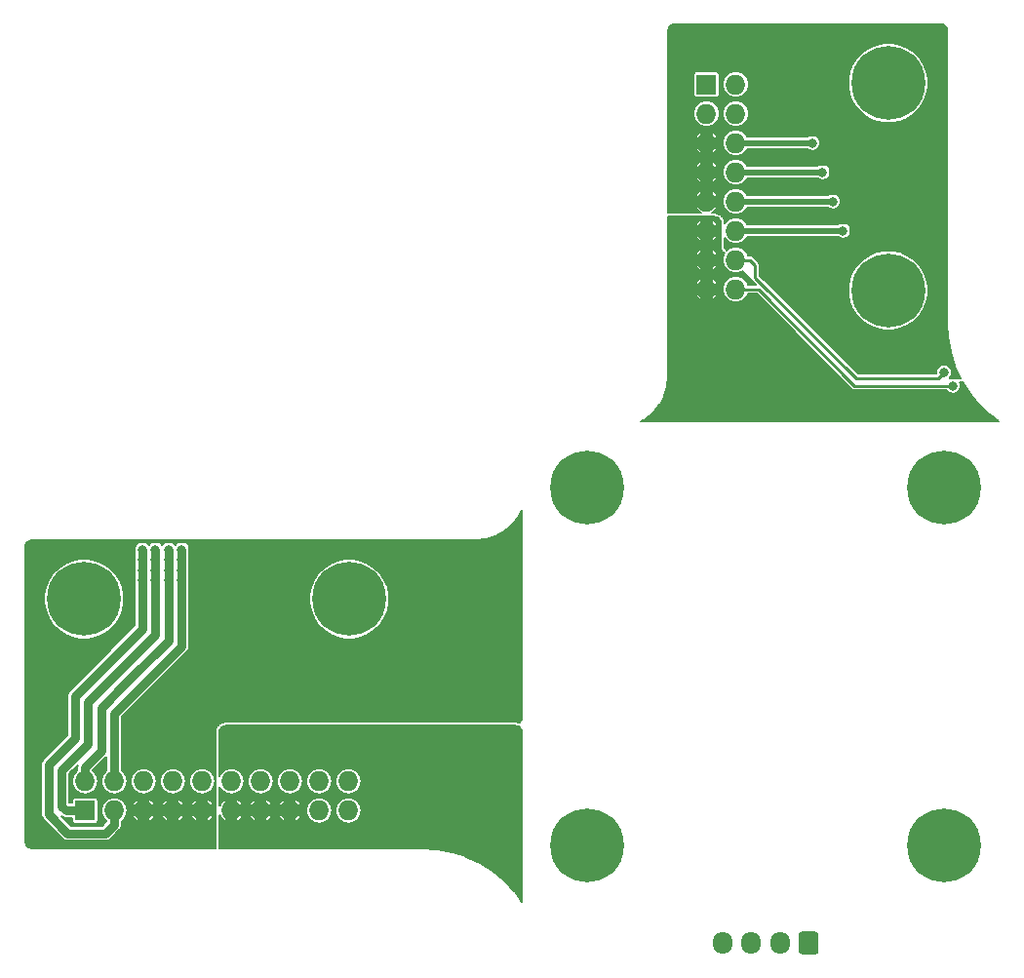
<source format=gbr>
G04 #@! TF.GenerationSoftware,KiCad,Pcbnew,(5.1.4)-1*
G04 #@! TF.CreationDate,2020-03-27T16:40:10-04:00*
G04 #@! TF.ProjectId,gantry_x_motor_breakout,67616e74-7279-45f7-985f-6d6f746f725f,rev?*
G04 #@! TF.SameCoordinates,Original*
G04 #@! TF.FileFunction,Copper,L2,Bot*
G04 #@! TF.FilePolarity,Positive*
%FSLAX46Y46*%
G04 Gerber Fmt 4.6, Leading zero omitted, Abs format (unit mm)*
G04 Created by KiCad (PCBNEW (5.1.4)-1) date 2020-03-27 16:40:10*
%MOMM*%
%LPD*%
G04 APERTURE LIST*
%ADD10O,1.727200X1.727200*%
%ADD11R,1.727200X1.727200*%
%ADD12O,1.700000X1.950000*%
%ADD13C,0.100000*%
%ADD14C,1.700000*%
%ADD15C,6.400000*%
%ADD16C,0.800000*%
%ADD17C,0.508000*%
%ADD18C,0.254000*%
%ADD19C,0.762000*%
%ADD20C,0.152400*%
G04 APERTURE END LIST*
D10*
X113780000Y-109960000D03*
X113780000Y-112500000D03*
X111240000Y-109960000D03*
X111240000Y-112500000D03*
X108700000Y-109960000D03*
X108700000Y-112500000D03*
X106160000Y-109960000D03*
X106160000Y-112500000D03*
X103620000Y-109960000D03*
X103620000Y-112500000D03*
X101080000Y-109960000D03*
X101080000Y-112500000D03*
X98540000Y-109960000D03*
X98540000Y-112500000D03*
X96000000Y-109960000D03*
X96000000Y-112500000D03*
X93460000Y-109960000D03*
X93460000Y-112500000D03*
X90920000Y-109960000D03*
D11*
X90920000Y-112500000D03*
D10*
X147415000Y-67240000D03*
X144875000Y-67240000D03*
X147415000Y-64700000D03*
X144875000Y-64700000D03*
X147415000Y-62160000D03*
X144875000Y-62160000D03*
X147415000Y-59620000D03*
X144875000Y-59620000D03*
X147415000Y-57080000D03*
X144875000Y-57080000D03*
X147415000Y-54540000D03*
X144875000Y-54540000D03*
X147415000Y-52000000D03*
X144875000Y-52000000D03*
X147415000Y-49460000D03*
D11*
X144875000Y-49460000D03*
D12*
X146250000Y-124000000D03*
X148750000Y-124000000D03*
X151250000Y-124000000D03*
D13*
G36*
X154374504Y-123026204D02*
G01*
X154398773Y-123029804D01*
X154422571Y-123035765D01*
X154445671Y-123044030D01*
X154467849Y-123054520D01*
X154488893Y-123067133D01*
X154508598Y-123081747D01*
X154526777Y-123098223D01*
X154543253Y-123116402D01*
X154557867Y-123136107D01*
X154570480Y-123157151D01*
X154580970Y-123179329D01*
X154589235Y-123202429D01*
X154595196Y-123226227D01*
X154598796Y-123250496D01*
X154600000Y-123275000D01*
X154600000Y-124725000D01*
X154598796Y-124749504D01*
X154595196Y-124773773D01*
X154589235Y-124797571D01*
X154580970Y-124820671D01*
X154570480Y-124842849D01*
X154557867Y-124863893D01*
X154543253Y-124883598D01*
X154526777Y-124901777D01*
X154508598Y-124918253D01*
X154488893Y-124932867D01*
X154467849Y-124945480D01*
X154445671Y-124955970D01*
X154422571Y-124964235D01*
X154398773Y-124970196D01*
X154374504Y-124973796D01*
X154350000Y-124975000D01*
X153150000Y-124975000D01*
X153125496Y-124973796D01*
X153101227Y-124970196D01*
X153077429Y-124964235D01*
X153054329Y-124955970D01*
X153032151Y-124945480D01*
X153011107Y-124932867D01*
X152991402Y-124918253D01*
X152973223Y-124901777D01*
X152956747Y-124883598D01*
X152942133Y-124863893D01*
X152929520Y-124842849D01*
X152919030Y-124820671D01*
X152910765Y-124797571D01*
X152904804Y-124773773D01*
X152901204Y-124749504D01*
X152900000Y-124725000D01*
X152900000Y-123275000D01*
X152901204Y-123250496D01*
X152904804Y-123226227D01*
X152910765Y-123202429D01*
X152919030Y-123179329D01*
X152929520Y-123157151D01*
X152942133Y-123136107D01*
X152956747Y-123116402D01*
X152973223Y-123098223D01*
X152991402Y-123081747D01*
X153011107Y-123067133D01*
X153032151Y-123054520D01*
X153054329Y-123044030D01*
X153077429Y-123035765D01*
X153101227Y-123029804D01*
X153125496Y-123026204D01*
X153150000Y-123025000D01*
X154350000Y-123025000D01*
X154374504Y-123026204D01*
X154374504Y-123026204D01*
G37*
D14*
X153750000Y-124000000D03*
D15*
X134500000Y-84500000D03*
X113850000Y-94150000D03*
X90850000Y-94150000D03*
X165500000Y-115500000D03*
X165500000Y-84500000D03*
X134500000Y-115500000D03*
X160650000Y-67350000D03*
X160650000Y-49350000D03*
D16*
X128029000Y-106731000D03*
X128029000Y-105715000D03*
X127013000Y-105715000D03*
X125997000Y-105715000D03*
X124981000Y-105715000D03*
X123965000Y-105715000D03*
X122949000Y-105715000D03*
X121933000Y-105715000D03*
X120917000Y-105715000D03*
X120917000Y-106731000D03*
X121933000Y-106731000D03*
X122949000Y-106731000D03*
X123965000Y-106731000D03*
X124981000Y-106731000D03*
X125997000Y-106731000D03*
X127013000Y-106731000D03*
X127013000Y-107747000D03*
X125997000Y-107747000D03*
X124981000Y-107747000D03*
X123965000Y-107747000D03*
X122949000Y-107747000D03*
X121933000Y-107747000D03*
X120917000Y-107747000D03*
X120917000Y-108763000D03*
X121933000Y-108763000D03*
X122949000Y-108763000D03*
X123965000Y-108763000D03*
X124981000Y-108763000D03*
X125997000Y-108763000D03*
X164351000Y-74092000D03*
X163335000Y-74092000D03*
X162319000Y-74092000D03*
X161303000Y-74092000D03*
X160287000Y-74092000D03*
X159271000Y-74092000D03*
X158255000Y-74092000D03*
X158763000Y-73203000D03*
X159779000Y-73203000D03*
X160795000Y-73203000D03*
X161811000Y-73203000D03*
X162827000Y-73203000D03*
X163843000Y-73203000D03*
X164351000Y-72314000D03*
X163335000Y-72314000D03*
X162319000Y-72314000D03*
X161303000Y-72314000D03*
X160287000Y-72314000D03*
X159271000Y-72314000D03*
X158255000Y-72314000D03*
X158763000Y-71425000D03*
X159779000Y-71425000D03*
X160795000Y-71425000D03*
X161811000Y-71425000D03*
X162827000Y-71425000D03*
X163843000Y-71425000D03*
X164859000Y-71425000D03*
X164351000Y-70536000D03*
X165367000Y-70536000D03*
X163335000Y-70536000D03*
X164859000Y-69647000D03*
X163843000Y-69647000D03*
X164351000Y-68758000D03*
X165367000Y-68758000D03*
X154953000Y-57074000D03*
X154064000Y-54534000D03*
X166256000Y-75616000D03*
X165494000Y-74473000D03*
X156731000Y-62154000D03*
X155842000Y-59614000D03*
X128410000Y-99238000D03*
X128410000Y-100254000D03*
X128410000Y-101270000D03*
X128410000Y-102286000D03*
X127394000Y-99238000D03*
X127394000Y-100254000D03*
X127394000Y-101270000D03*
X127394000Y-102286000D03*
X127394000Y-103302000D03*
X126378000Y-100254000D03*
X126378000Y-101270000D03*
X126378000Y-102286000D03*
X126378000Y-103302000D03*
X126378000Y-104318000D03*
X125362000Y-101270000D03*
X125362000Y-102286000D03*
X125362000Y-103302000D03*
X125362000Y-104318000D03*
X124346000Y-104318000D03*
X124346000Y-103302000D03*
X124346000Y-102286000D03*
X123330000Y-103302000D03*
X123330000Y-104318000D03*
X122314000Y-104254500D03*
X155969000Y-78156000D03*
X154953000Y-78156000D03*
X153937000Y-78156000D03*
X152921000Y-78156000D03*
X151905000Y-78156000D03*
X150889000Y-78156000D03*
X149873000Y-78156000D03*
X150381000Y-77267000D03*
X151397000Y-77267000D03*
X152413000Y-77267000D03*
X153429000Y-77267000D03*
X154445000Y-77267000D03*
X155461000Y-77267000D03*
X155969000Y-76378000D03*
X154953000Y-76378000D03*
X153937000Y-76378000D03*
X152921000Y-76378000D03*
X151905000Y-76378000D03*
X152413000Y-75489000D03*
X153429000Y-75489000D03*
X154445000Y-75489000D03*
X152921000Y-74600000D03*
X155461000Y-75489000D03*
X154953000Y-74600000D03*
X153937000Y-74473000D03*
X154445000Y-73584000D03*
X99327000Y-92507000D03*
X99327000Y-91618000D03*
X99327000Y-90729000D03*
X99327000Y-89840000D03*
X95898000Y-92507000D03*
X95898000Y-91618000D03*
X95898000Y-90729000D03*
X95898000Y-89840000D03*
X98184000Y-92507000D03*
X98184000Y-91618000D03*
X98184000Y-90729000D03*
X98184000Y-89840000D03*
X97041000Y-92507000D03*
X97041000Y-91618000D03*
X97041000Y-90729000D03*
X97041000Y-89840000D03*
D17*
X147415000Y-57080000D02*
X154947000Y-57080000D01*
X154947000Y-57080000D02*
X154953000Y-57074000D01*
X147415000Y-54540000D02*
X154058000Y-54540000D01*
X154058000Y-54540000D02*
X154064000Y-54534000D01*
D18*
X165494000Y-75616000D02*
X166256000Y-75616000D01*
X157747000Y-75616000D02*
X165494000Y-75616000D01*
X147415000Y-67240000D02*
X149371000Y-67240000D01*
X149371000Y-67240000D02*
X157747000Y-75616000D01*
X164986000Y-74981000D02*
X165494000Y-74473000D01*
X157874000Y-74981000D02*
X164986000Y-74981000D01*
X149111000Y-66218000D02*
X157874000Y-74981000D01*
X149111000Y-65174686D02*
X149111000Y-66218000D01*
X147415000Y-64700000D02*
X148636314Y-64700000D01*
X148636314Y-64700000D02*
X149111000Y-65174686D01*
D17*
X147415000Y-62160000D02*
X156725000Y-62160000D01*
X156725000Y-62160000D02*
X156731000Y-62154000D01*
X147415000Y-59620000D02*
X155836000Y-59620000D01*
X155836000Y-59620000D02*
X155842000Y-59614000D01*
D19*
X93460000Y-109960000D02*
X93460000Y-104089000D01*
X93460000Y-104089000D02*
X99327000Y-98222000D01*
X99327000Y-98222000D02*
X99327000Y-89840000D01*
X93460000Y-113721314D02*
X92703314Y-114478000D01*
X93460000Y-112500000D02*
X93460000Y-113721314D01*
X92703314Y-114478000D02*
X89421000Y-114478000D01*
X89421000Y-114478000D02*
X87770000Y-112827000D01*
X87770000Y-112827000D02*
X87770000Y-110922000D01*
X87770000Y-110922000D02*
X87770000Y-108509000D01*
X87770000Y-108509000D02*
X88786000Y-107493000D01*
X88786000Y-107493000D02*
X90056000Y-106223000D01*
X90056000Y-106223000D02*
X90056000Y-105588000D01*
X90056000Y-105588000D02*
X90056000Y-102540000D01*
X90056000Y-102540000D02*
X92088000Y-100508000D01*
X92088000Y-100508000D02*
X95898000Y-96698000D01*
X95898000Y-96698000D02*
X95898000Y-89840000D01*
X90920000Y-108738686D02*
X92342000Y-107316686D01*
X90920000Y-109960000D02*
X90920000Y-108738686D01*
X92342000Y-107316686D02*
X92342000Y-103556000D01*
X92342000Y-103556000D02*
X94501000Y-101397000D01*
X94501000Y-101397000D02*
X98184000Y-97714000D01*
X98184000Y-97714000D02*
X98184000Y-89840000D01*
X89294400Y-112500000D02*
X88913000Y-112118600D01*
X90920000Y-112500000D02*
X89294400Y-112500000D01*
X88913000Y-112118600D02*
X88913000Y-109017000D01*
X88913000Y-109017000D02*
X91199000Y-106731000D01*
X91199000Y-106731000D02*
X91199000Y-105334000D01*
X91199000Y-105334000D02*
X91199000Y-103048000D01*
X91199000Y-103048000D02*
X92342000Y-101905000D01*
X92342000Y-101905000D02*
X97041000Y-97206000D01*
X97041000Y-97206000D02*
X97041000Y-89840000D01*
D20*
G36*
X128427455Y-105175875D02*
G01*
X128562073Y-105231636D01*
X128677667Y-105320333D01*
X128766364Y-105435927D01*
X128822125Y-105570545D01*
X128841800Y-105719994D01*
X128841800Y-120420383D01*
X128201827Y-119550053D01*
X128187195Y-119532571D01*
X128172615Y-119514947D01*
X127312962Y-118599510D01*
X127312955Y-118599501D01*
X127278076Y-118566748D01*
X126310457Y-117766264D01*
X126271749Y-117738141D01*
X125211440Y-117065249D01*
X125211433Y-117065244D01*
X125200454Y-117059208D01*
X125169505Y-117042193D01*
X125169485Y-117042185D01*
X124033220Y-116507499D01*
X124033214Y-116507496D01*
X123988727Y-116489882D01*
X122794380Y-116101815D01*
X122748037Y-116089916D01*
X122748021Y-116089914D01*
X121514485Y-115854605D01*
X121514470Y-115854601D01*
X121490735Y-115851603D01*
X121467001Y-115848604D01*
X121466985Y-115848604D01*
X120220384Y-115770174D01*
X120208459Y-115769000D01*
X102578200Y-115769000D01*
X102578200Y-112931802D01*
X102673906Y-112931802D01*
X102696656Y-113083426D01*
X102828219Y-113252351D01*
X102990209Y-113392364D01*
X103036578Y-113423320D01*
X103188200Y-113440679D01*
X103188200Y-112931800D01*
X104051800Y-112931800D01*
X104051800Y-113440679D01*
X104203422Y-113423320D01*
X104249791Y-113392364D01*
X104411781Y-113252351D01*
X104543344Y-113083426D01*
X104566094Y-112931800D01*
X105213906Y-112931800D01*
X105236656Y-113083426D01*
X105368219Y-113252351D01*
X105530209Y-113392364D01*
X105576578Y-113423320D01*
X105728200Y-113440679D01*
X105728200Y-112931800D01*
X106591800Y-112931800D01*
X106591800Y-113440679D01*
X106743422Y-113423320D01*
X106789791Y-113392364D01*
X106951781Y-113252351D01*
X107083344Y-113083426D01*
X107106094Y-112931800D01*
X107753906Y-112931800D01*
X107776656Y-113083426D01*
X107908219Y-113252351D01*
X108070209Y-113392364D01*
X108116578Y-113423320D01*
X108268200Y-113440679D01*
X108268200Y-112931800D01*
X109131800Y-112931800D01*
X109131800Y-113440679D01*
X109283422Y-113423320D01*
X109329791Y-113392364D01*
X109491781Y-113252351D01*
X109623344Y-113083426D01*
X109646094Y-112931800D01*
X109131800Y-112931800D01*
X108268200Y-112931800D01*
X107753906Y-112931800D01*
X107106094Y-112931800D01*
X106591800Y-112931800D01*
X105728200Y-112931800D01*
X105213906Y-112931800D01*
X104566094Y-112931800D01*
X104051800Y-112931800D01*
X103188200Y-112931800D01*
X103168200Y-112931800D01*
X103168200Y-112500000D01*
X110094685Y-112500000D01*
X110116692Y-112723440D01*
X110181867Y-112938293D01*
X110287705Y-113136303D01*
X110430140Y-113309860D01*
X110603697Y-113452295D01*
X110801707Y-113558133D01*
X111016560Y-113623308D01*
X111184005Y-113639800D01*
X111295995Y-113639800D01*
X111463440Y-113623308D01*
X111678293Y-113558133D01*
X111876303Y-113452295D01*
X112049860Y-113309860D01*
X112192295Y-113136303D01*
X112298133Y-112938293D01*
X112363308Y-112723440D01*
X112385315Y-112500000D01*
X112634685Y-112500000D01*
X112656692Y-112723440D01*
X112721867Y-112938293D01*
X112827705Y-113136303D01*
X112970140Y-113309860D01*
X113143697Y-113452295D01*
X113341707Y-113558133D01*
X113556560Y-113623308D01*
X113724005Y-113639800D01*
X113835995Y-113639800D01*
X114003440Y-113623308D01*
X114218293Y-113558133D01*
X114416303Y-113452295D01*
X114589860Y-113309860D01*
X114732295Y-113136303D01*
X114838133Y-112938293D01*
X114903308Y-112723440D01*
X114925315Y-112500000D01*
X114903308Y-112276560D01*
X114838133Y-112061707D01*
X114732295Y-111863697D01*
X114589860Y-111690140D01*
X114416303Y-111547705D01*
X114218293Y-111441867D01*
X114003440Y-111376692D01*
X113835995Y-111360200D01*
X113724005Y-111360200D01*
X113556560Y-111376692D01*
X113341707Y-111441867D01*
X113143697Y-111547705D01*
X112970140Y-111690140D01*
X112827705Y-111863697D01*
X112721867Y-112061707D01*
X112656692Y-112276560D01*
X112634685Y-112500000D01*
X112385315Y-112500000D01*
X112363308Y-112276560D01*
X112298133Y-112061707D01*
X112192295Y-111863697D01*
X112049860Y-111690140D01*
X111876303Y-111547705D01*
X111678293Y-111441867D01*
X111463440Y-111376692D01*
X111295995Y-111360200D01*
X111184005Y-111360200D01*
X111016560Y-111376692D01*
X110801707Y-111441867D01*
X110603697Y-111547705D01*
X110430140Y-111690140D01*
X110287705Y-111863697D01*
X110181867Y-112061707D01*
X110116692Y-112276560D01*
X110094685Y-112500000D01*
X103168200Y-112500000D01*
X103168200Y-112068200D01*
X103188200Y-112068200D01*
X104051800Y-112068200D01*
X104566094Y-112068200D01*
X105213906Y-112068200D01*
X105728200Y-112068200D01*
X106591800Y-112068200D01*
X107106094Y-112068200D01*
X107753906Y-112068200D01*
X108268200Y-112068200D01*
X109131800Y-112068200D01*
X109646094Y-112068200D01*
X109623344Y-111916574D01*
X109491781Y-111747649D01*
X109329791Y-111607636D01*
X109283422Y-111576680D01*
X109131800Y-111559321D01*
X109131800Y-112068200D01*
X108268200Y-112068200D01*
X108268200Y-111559321D01*
X108116578Y-111576680D01*
X108070209Y-111607636D01*
X107908219Y-111747649D01*
X107776656Y-111916574D01*
X107753906Y-112068200D01*
X107106094Y-112068200D01*
X107083344Y-111916574D01*
X106951781Y-111747649D01*
X106789791Y-111607636D01*
X106743422Y-111576680D01*
X106591800Y-111559321D01*
X106591800Y-112068200D01*
X105728200Y-112068200D01*
X105728200Y-111559321D01*
X105576578Y-111576680D01*
X105530209Y-111607636D01*
X105368219Y-111747649D01*
X105236656Y-111916574D01*
X105213906Y-112068200D01*
X104566094Y-112068200D01*
X104543344Y-111916574D01*
X104411781Y-111747649D01*
X104249791Y-111607636D01*
X104203422Y-111576680D01*
X104051800Y-111559321D01*
X104051800Y-112068200D01*
X103188200Y-112068200D01*
X103188200Y-111559321D01*
X103036578Y-111576680D01*
X102990209Y-111607636D01*
X102828219Y-111747649D01*
X102696656Y-111916574D01*
X102673906Y-112068198D01*
X102578200Y-112068198D01*
X102578200Y-110428850D01*
X102667705Y-110596303D01*
X102810140Y-110769860D01*
X102983697Y-110912295D01*
X103181707Y-111018133D01*
X103396560Y-111083308D01*
X103564005Y-111099800D01*
X103675995Y-111099800D01*
X103843440Y-111083308D01*
X104058293Y-111018133D01*
X104256303Y-110912295D01*
X104429860Y-110769860D01*
X104572295Y-110596303D01*
X104678133Y-110398293D01*
X104743308Y-110183440D01*
X104765315Y-109960000D01*
X105014685Y-109960000D01*
X105036692Y-110183440D01*
X105101867Y-110398293D01*
X105207705Y-110596303D01*
X105350140Y-110769860D01*
X105523697Y-110912295D01*
X105721707Y-111018133D01*
X105936560Y-111083308D01*
X106104005Y-111099800D01*
X106215995Y-111099800D01*
X106383440Y-111083308D01*
X106598293Y-111018133D01*
X106796303Y-110912295D01*
X106969860Y-110769860D01*
X107112295Y-110596303D01*
X107218133Y-110398293D01*
X107283308Y-110183440D01*
X107305315Y-109960000D01*
X107554685Y-109960000D01*
X107576692Y-110183440D01*
X107641867Y-110398293D01*
X107747705Y-110596303D01*
X107890140Y-110769860D01*
X108063697Y-110912295D01*
X108261707Y-111018133D01*
X108476560Y-111083308D01*
X108644005Y-111099800D01*
X108755995Y-111099800D01*
X108923440Y-111083308D01*
X109138293Y-111018133D01*
X109336303Y-110912295D01*
X109509860Y-110769860D01*
X109652295Y-110596303D01*
X109758133Y-110398293D01*
X109823308Y-110183440D01*
X109845315Y-109960000D01*
X110094685Y-109960000D01*
X110116692Y-110183440D01*
X110181867Y-110398293D01*
X110287705Y-110596303D01*
X110430140Y-110769860D01*
X110603697Y-110912295D01*
X110801707Y-111018133D01*
X111016560Y-111083308D01*
X111184005Y-111099800D01*
X111295995Y-111099800D01*
X111463440Y-111083308D01*
X111678293Y-111018133D01*
X111876303Y-110912295D01*
X112049860Y-110769860D01*
X112192295Y-110596303D01*
X112298133Y-110398293D01*
X112363308Y-110183440D01*
X112385315Y-109960000D01*
X112634685Y-109960000D01*
X112656692Y-110183440D01*
X112721867Y-110398293D01*
X112827705Y-110596303D01*
X112970140Y-110769860D01*
X113143697Y-110912295D01*
X113341707Y-111018133D01*
X113556560Y-111083308D01*
X113724005Y-111099800D01*
X113835995Y-111099800D01*
X114003440Y-111083308D01*
X114218293Y-111018133D01*
X114416303Y-110912295D01*
X114589860Y-110769860D01*
X114732295Y-110596303D01*
X114838133Y-110398293D01*
X114903308Y-110183440D01*
X114925315Y-109960000D01*
X114903308Y-109736560D01*
X114838133Y-109521707D01*
X114732295Y-109323697D01*
X114589860Y-109150140D01*
X114416303Y-109007705D01*
X114218293Y-108901867D01*
X114003440Y-108836692D01*
X113835995Y-108820200D01*
X113724005Y-108820200D01*
X113556560Y-108836692D01*
X113341707Y-108901867D01*
X113143697Y-109007705D01*
X112970140Y-109150140D01*
X112827705Y-109323697D01*
X112721867Y-109521707D01*
X112656692Y-109736560D01*
X112634685Y-109960000D01*
X112385315Y-109960000D01*
X112363308Y-109736560D01*
X112298133Y-109521707D01*
X112192295Y-109323697D01*
X112049860Y-109150140D01*
X111876303Y-109007705D01*
X111678293Y-108901867D01*
X111463440Y-108836692D01*
X111295995Y-108820200D01*
X111184005Y-108820200D01*
X111016560Y-108836692D01*
X110801707Y-108901867D01*
X110603697Y-109007705D01*
X110430140Y-109150140D01*
X110287705Y-109323697D01*
X110181867Y-109521707D01*
X110116692Y-109736560D01*
X110094685Y-109960000D01*
X109845315Y-109960000D01*
X109823308Y-109736560D01*
X109758133Y-109521707D01*
X109652295Y-109323697D01*
X109509860Y-109150140D01*
X109336303Y-109007705D01*
X109138293Y-108901867D01*
X108923440Y-108836692D01*
X108755995Y-108820200D01*
X108644005Y-108820200D01*
X108476560Y-108836692D01*
X108261707Y-108901867D01*
X108063697Y-109007705D01*
X107890140Y-109150140D01*
X107747705Y-109323697D01*
X107641867Y-109521707D01*
X107576692Y-109736560D01*
X107554685Y-109960000D01*
X107305315Y-109960000D01*
X107283308Y-109736560D01*
X107218133Y-109521707D01*
X107112295Y-109323697D01*
X106969860Y-109150140D01*
X106796303Y-109007705D01*
X106598293Y-108901867D01*
X106383440Y-108836692D01*
X106215995Y-108820200D01*
X106104005Y-108820200D01*
X105936560Y-108836692D01*
X105721707Y-108901867D01*
X105523697Y-109007705D01*
X105350140Y-109150140D01*
X105207705Y-109323697D01*
X105101867Y-109521707D01*
X105036692Y-109736560D01*
X105014685Y-109960000D01*
X104765315Y-109960000D01*
X104743308Y-109736560D01*
X104678133Y-109521707D01*
X104572295Y-109323697D01*
X104429860Y-109150140D01*
X104256303Y-109007705D01*
X104058293Y-108901867D01*
X103843440Y-108836692D01*
X103675995Y-108820200D01*
X103564005Y-108820200D01*
X103396560Y-108836692D01*
X103181707Y-108901867D01*
X102983697Y-109007705D01*
X102810140Y-109150140D01*
X102667705Y-109323697D01*
X102578200Y-109491150D01*
X102578200Y-105719994D01*
X102597875Y-105570545D01*
X102653636Y-105435927D01*
X102742333Y-105320333D01*
X102857927Y-105231636D01*
X102992545Y-105175875D01*
X103141994Y-105156200D01*
X128278006Y-105156200D01*
X128427455Y-105175875D01*
X128427455Y-105175875D01*
G37*
X128427455Y-105175875D02*
X128562073Y-105231636D01*
X128677667Y-105320333D01*
X128766364Y-105435927D01*
X128822125Y-105570545D01*
X128841800Y-105719994D01*
X128841800Y-120420383D01*
X128201827Y-119550053D01*
X128187195Y-119532571D01*
X128172615Y-119514947D01*
X127312962Y-118599510D01*
X127312955Y-118599501D01*
X127278076Y-118566748D01*
X126310457Y-117766264D01*
X126271749Y-117738141D01*
X125211440Y-117065249D01*
X125211433Y-117065244D01*
X125200454Y-117059208D01*
X125169505Y-117042193D01*
X125169485Y-117042185D01*
X124033220Y-116507499D01*
X124033214Y-116507496D01*
X123988727Y-116489882D01*
X122794380Y-116101815D01*
X122748037Y-116089916D01*
X122748021Y-116089914D01*
X121514485Y-115854605D01*
X121514470Y-115854601D01*
X121490735Y-115851603D01*
X121467001Y-115848604D01*
X121466985Y-115848604D01*
X120220384Y-115770174D01*
X120208459Y-115769000D01*
X102578200Y-115769000D01*
X102578200Y-112931802D01*
X102673906Y-112931802D01*
X102696656Y-113083426D01*
X102828219Y-113252351D01*
X102990209Y-113392364D01*
X103036578Y-113423320D01*
X103188200Y-113440679D01*
X103188200Y-112931800D01*
X104051800Y-112931800D01*
X104051800Y-113440679D01*
X104203422Y-113423320D01*
X104249791Y-113392364D01*
X104411781Y-113252351D01*
X104543344Y-113083426D01*
X104566094Y-112931800D01*
X105213906Y-112931800D01*
X105236656Y-113083426D01*
X105368219Y-113252351D01*
X105530209Y-113392364D01*
X105576578Y-113423320D01*
X105728200Y-113440679D01*
X105728200Y-112931800D01*
X106591800Y-112931800D01*
X106591800Y-113440679D01*
X106743422Y-113423320D01*
X106789791Y-113392364D01*
X106951781Y-113252351D01*
X107083344Y-113083426D01*
X107106094Y-112931800D01*
X107753906Y-112931800D01*
X107776656Y-113083426D01*
X107908219Y-113252351D01*
X108070209Y-113392364D01*
X108116578Y-113423320D01*
X108268200Y-113440679D01*
X108268200Y-112931800D01*
X109131800Y-112931800D01*
X109131800Y-113440679D01*
X109283422Y-113423320D01*
X109329791Y-113392364D01*
X109491781Y-113252351D01*
X109623344Y-113083426D01*
X109646094Y-112931800D01*
X109131800Y-112931800D01*
X108268200Y-112931800D01*
X107753906Y-112931800D01*
X107106094Y-112931800D01*
X106591800Y-112931800D01*
X105728200Y-112931800D01*
X105213906Y-112931800D01*
X104566094Y-112931800D01*
X104051800Y-112931800D01*
X103188200Y-112931800D01*
X103168200Y-112931800D01*
X103168200Y-112500000D01*
X110094685Y-112500000D01*
X110116692Y-112723440D01*
X110181867Y-112938293D01*
X110287705Y-113136303D01*
X110430140Y-113309860D01*
X110603697Y-113452295D01*
X110801707Y-113558133D01*
X111016560Y-113623308D01*
X111184005Y-113639800D01*
X111295995Y-113639800D01*
X111463440Y-113623308D01*
X111678293Y-113558133D01*
X111876303Y-113452295D01*
X112049860Y-113309860D01*
X112192295Y-113136303D01*
X112298133Y-112938293D01*
X112363308Y-112723440D01*
X112385315Y-112500000D01*
X112634685Y-112500000D01*
X112656692Y-112723440D01*
X112721867Y-112938293D01*
X112827705Y-113136303D01*
X112970140Y-113309860D01*
X113143697Y-113452295D01*
X113341707Y-113558133D01*
X113556560Y-113623308D01*
X113724005Y-113639800D01*
X113835995Y-113639800D01*
X114003440Y-113623308D01*
X114218293Y-113558133D01*
X114416303Y-113452295D01*
X114589860Y-113309860D01*
X114732295Y-113136303D01*
X114838133Y-112938293D01*
X114903308Y-112723440D01*
X114925315Y-112500000D01*
X114903308Y-112276560D01*
X114838133Y-112061707D01*
X114732295Y-111863697D01*
X114589860Y-111690140D01*
X114416303Y-111547705D01*
X114218293Y-111441867D01*
X114003440Y-111376692D01*
X113835995Y-111360200D01*
X113724005Y-111360200D01*
X113556560Y-111376692D01*
X113341707Y-111441867D01*
X113143697Y-111547705D01*
X112970140Y-111690140D01*
X112827705Y-111863697D01*
X112721867Y-112061707D01*
X112656692Y-112276560D01*
X112634685Y-112500000D01*
X112385315Y-112500000D01*
X112363308Y-112276560D01*
X112298133Y-112061707D01*
X112192295Y-111863697D01*
X112049860Y-111690140D01*
X111876303Y-111547705D01*
X111678293Y-111441867D01*
X111463440Y-111376692D01*
X111295995Y-111360200D01*
X111184005Y-111360200D01*
X111016560Y-111376692D01*
X110801707Y-111441867D01*
X110603697Y-111547705D01*
X110430140Y-111690140D01*
X110287705Y-111863697D01*
X110181867Y-112061707D01*
X110116692Y-112276560D01*
X110094685Y-112500000D01*
X103168200Y-112500000D01*
X103168200Y-112068200D01*
X103188200Y-112068200D01*
X104051800Y-112068200D01*
X104566094Y-112068200D01*
X105213906Y-112068200D01*
X105728200Y-112068200D01*
X106591800Y-112068200D01*
X107106094Y-112068200D01*
X107753906Y-112068200D01*
X108268200Y-112068200D01*
X109131800Y-112068200D01*
X109646094Y-112068200D01*
X109623344Y-111916574D01*
X109491781Y-111747649D01*
X109329791Y-111607636D01*
X109283422Y-111576680D01*
X109131800Y-111559321D01*
X109131800Y-112068200D01*
X108268200Y-112068200D01*
X108268200Y-111559321D01*
X108116578Y-111576680D01*
X108070209Y-111607636D01*
X107908219Y-111747649D01*
X107776656Y-111916574D01*
X107753906Y-112068200D01*
X107106094Y-112068200D01*
X107083344Y-111916574D01*
X106951781Y-111747649D01*
X106789791Y-111607636D01*
X106743422Y-111576680D01*
X106591800Y-111559321D01*
X106591800Y-112068200D01*
X105728200Y-112068200D01*
X105728200Y-111559321D01*
X105576578Y-111576680D01*
X105530209Y-111607636D01*
X105368219Y-111747649D01*
X105236656Y-111916574D01*
X105213906Y-112068200D01*
X104566094Y-112068200D01*
X104543344Y-111916574D01*
X104411781Y-111747649D01*
X104249791Y-111607636D01*
X104203422Y-111576680D01*
X104051800Y-111559321D01*
X104051800Y-112068200D01*
X103188200Y-112068200D01*
X103188200Y-111559321D01*
X103036578Y-111576680D01*
X102990209Y-111607636D01*
X102828219Y-111747649D01*
X102696656Y-111916574D01*
X102673906Y-112068198D01*
X102578200Y-112068198D01*
X102578200Y-110428850D01*
X102667705Y-110596303D01*
X102810140Y-110769860D01*
X102983697Y-110912295D01*
X103181707Y-111018133D01*
X103396560Y-111083308D01*
X103564005Y-111099800D01*
X103675995Y-111099800D01*
X103843440Y-111083308D01*
X104058293Y-111018133D01*
X104256303Y-110912295D01*
X104429860Y-110769860D01*
X104572295Y-110596303D01*
X104678133Y-110398293D01*
X104743308Y-110183440D01*
X104765315Y-109960000D01*
X105014685Y-109960000D01*
X105036692Y-110183440D01*
X105101867Y-110398293D01*
X105207705Y-110596303D01*
X105350140Y-110769860D01*
X105523697Y-110912295D01*
X105721707Y-111018133D01*
X105936560Y-111083308D01*
X106104005Y-111099800D01*
X106215995Y-111099800D01*
X106383440Y-111083308D01*
X106598293Y-111018133D01*
X106796303Y-110912295D01*
X106969860Y-110769860D01*
X107112295Y-110596303D01*
X107218133Y-110398293D01*
X107283308Y-110183440D01*
X107305315Y-109960000D01*
X107554685Y-109960000D01*
X107576692Y-110183440D01*
X107641867Y-110398293D01*
X107747705Y-110596303D01*
X107890140Y-110769860D01*
X108063697Y-110912295D01*
X108261707Y-111018133D01*
X108476560Y-111083308D01*
X108644005Y-111099800D01*
X108755995Y-111099800D01*
X108923440Y-111083308D01*
X109138293Y-111018133D01*
X109336303Y-110912295D01*
X109509860Y-110769860D01*
X109652295Y-110596303D01*
X109758133Y-110398293D01*
X109823308Y-110183440D01*
X109845315Y-109960000D01*
X110094685Y-109960000D01*
X110116692Y-110183440D01*
X110181867Y-110398293D01*
X110287705Y-110596303D01*
X110430140Y-110769860D01*
X110603697Y-110912295D01*
X110801707Y-111018133D01*
X111016560Y-111083308D01*
X111184005Y-111099800D01*
X111295995Y-111099800D01*
X111463440Y-111083308D01*
X111678293Y-111018133D01*
X111876303Y-110912295D01*
X112049860Y-110769860D01*
X112192295Y-110596303D01*
X112298133Y-110398293D01*
X112363308Y-110183440D01*
X112385315Y-109960000D01*
X112634685Y-109960000D01*
X112656692Y-110183440D01*
X112721867Y-110398293D01*
X112827705Y-110596303D01*
X112970140Y-110769860D01*
X113143697Y-110912295D01*
X113341707Y-111018133D01*
X113556560Y-111083308D01*
X113724005Y-111099800D01*
X113835995Y-111099800D01*
X114003440Y-111083308D01*
X114218293Y-111018133D01*
X114416303Y-110912295D01*
X114589860Y-110769860D01*
X114732295Y-110596303D01*
X114838133Y-110398293D01*
X114903308Y-110183440D01*
X114925315Y-109960000D01*
X114903308Y-109736560D01*
X114838133Y-109521707D01*
X114732295Y-109323697D01*
X114589860Y-109150140D01*
X114416303Y-109007705D01*
X114218293Y-108901867D01*
X114003440Y-108836692D01*
X113835995Y-108820200D01*
X113724005Y-108820200D01*
X113556560Y-108836692D01*
X113341707Y-108901867D01*
X113143697Y-109007705D01*
X112970140Y-109150140D01*
X112827705Y-109323697D01*
X112721867Y-109521707D01*
X112656692Y-109736560D01*
X112634685Y-109960000D01*
X112385315Y-109960000D01*
X112363308Y-109736560D01*
X112298133Y-109521707D01*
X112192295Y-109323697D01*
X112049860Y-109150140D01*
X111876303Y-109007705D01*
X111678293Y-108901867D01*
X111463440Y-108836692D01*
X111295995Y-108820200D01*
X111184005Y-108820200D01*
X111016560Y-108836692D01*
X110801707Y-108901867D01*
X110603697Y-109007705D01*
X110430140Y-109150140D01*
X110287705Y-109323697D01*
X110181867Y-109521707D01*
X110116692Y-109736560D01*
X110094685Y-109960000D01*
X109845315Y-109960000D01*
X109823308Y-109736560D01*
X109758133Y-109521707D01*
X109652295Y-109323697D01*
X109509860Y-109150140D01*
X109336303Y-109007705D01*
X109138293Y-108901867D01*
X108923440Y-108836692D01*
X108755995Y-108820200D01*
X108644005Y-108820200D01*
X108476560Y-108836692D01*
X108261707Y-108901867D01*
X108063697Y-109007705D01*
X107890140Y-109150140D01*
X107747705Y-109323697D01*
X107641867Y-109521707D01*
X107576692Y-109736560D01*
X107554685Y-109960000D01*
X107305315Y-109960000D01*
X107283308Y-109736560D01*
X107218133Y-109521707D01*
X107112295Y-109323697D01*
X106969860Y-109150140D01*
X106796303Y-109007705D01*
X106598293Y-108901867D01*
X106383440Y-108836692D01*
X106215995Y-108820200D01*
X106104005Y-108820200D01*
X105936560Y-108836692D01*
X105721707Y-108901867D01*
X105523697Y-109007705D01*
X105350140Y-109150140D01*
X105207705Y-109323697D01*
X105101867Y-109521707D01*
X105036692Y-109736560D01*
X105014685Y-109960000D01*
X104765315Y-109960000D01*
X104743308Y-109736560D01*
X104678133Y-109521707D01*
X104572295Y-109323697D01*
X104429860Y-109150140D01*
X104256303Y-109007705D01*
X104058293Y-108901867D01*
X103843440Y-108836692D01*
X103675995Y-108820200D01*
X103564005Y-108820200D01*
X103396560Y-108836692D01*
X103181707Y-108901867D01*
X102983697Y-109007705D01*
X102810140Y-109150140D01*
X102667705Y-109323697D01*
X102578200Y-109491150D01*
X102578200Y-105719994D01*
X102597875Y-105570545D01*
X102653636Y-105435927D01*
X102742333Y-105320333D01*
X102857927Y-105231636D01*
X102992545Y-105175875D01*
X103141994Y-105156200D01*
X128278006Y-105156200D01*
X128427455Y-105175875D01*
G36*
X128841800Y-104440006D02*
G01*
X128822125Y-104589455D01*
X128766364Y-104724073D01*
X128677667Y-104839667D01*
X128628227Y-104877603D01*
X128553047Y-104846462D01*
X128483401Y-104827800D01*
X128319051Y-104806163D01*
X128283000Y-104803800D01*
X103137000Y-104803800D01*
X103100949Y-104806163D01*
X102936599Y-104827800D01*
X102866953Y-104846462D01*
X102713803Y-104909899D01*
X102651361Y-104945949D01*
X102519848Y-105046862D01*
X102468862Y-105097848D01*
X102367949Y-105229361D01*
X102331899Y-105291803D01*
X102268462Y-105444953D01*
X102249800Y-105514599D01*
X102228163Y-105678949D01*
X102225800Y-105715000D01*
X102225800Y-115769000D01*
X86368638Y-115769000D01*
X86230124Y-115755418D01*
X86114811Y-115720604D01*
X86008463Y-115664057D01*
X85915117Y-115587927D01*
X85838340Y-115495119D01*
X85781049Y-115389162D01*
X85745432Y-115274102D01*
X85730999Y-115136781D01*
X85730999Y-108509000D01*
X87109622Y-108509000D01*
X87112801Y-108541279D01*
X87112800Y-110954276D01*
X87112801Y-110954286D01*
X87112800Y-112794730D01*
X87109622Y-112827000D01*
X87112800Y-112859269D01*
X87112800Y-112859276D01*
X87122310Y-112955833D01*
X87159889Y-113079715D01*
X87220915Y-113193886D01*
X87303042Y-113293958D01*
X87328115Y-113314535D01*
X88933473Y-114919895D01*
X88954042Y-114944958D01*
X88979104Y-114965526D01*
X88979112Y-114965534D01*
X89054113Y-115027085D01*
X89168283Y-115088111D01*
X89264026Y-115117154D01*
X89292166Y-115125690D01*
X89388723Y-115135200D01*
X89388731Y-115135200D01*
X89421000Y-115138378D01*
X89453269Y-115135200D01*
X92671045Y-115135200D01*
X92703314Y-115138378D01*
X92735583Y-115135200D01*
X92735591Y-115135200D01*
X92832148Y-115125690D01*
X92956030Y-115088111D01*
X93070201Y-115027085D01*
X93170272Y-114944958D01*
X93190849Y-114919885D01*
X93901895Y-114208841D01*
X93926958Y-114188272D01*
X93947526Y-114163210D01*
X93947534Y-114163202D01*
X94009085Y-114088201D01*
X94070111Y-113974031D01*
X94107690Y-113850148D01*
X94109644Y-113830310D01*
X94117200Y-113753591D01*
X94117200Y-113753583D01*
X94120378Y-113721314D01*
X94117200Y-113689045D01*
X94117200Y-113435145D01*
X94269860Y-113309860D01*
X94412295Y-113136303D01*
X94518133Y-112938293D01*
X94520102Y-112931800D01*
X95053906Y-112931800D01*
X95076656Y-113083426D01*
X95208219Y-113252351D01*
X95370209Y-113392364D01*
X95416578Y-113423320D01*
X95568200Y-113440679D01*
X95568200Y-112931800D01*
X96431800Y-112931800D01*
X96431800Y-113440679D01*
X96583422Y-113423320D01*
X96629791Y-113392364D01*
X96791781Y-113252351D01*
X96923344Y-113083426D01*
X96946094Y-112931800D01*
X97593906Y-112931800D01*
X97616656Y-113083426D01*
X97748219Y-113252351D01*
X97910209Y-113392364D01*
X97956578Y-113423320D01*
X98108200Y-113440679D01*
X98108200Y-112931800D01*
X98971800Y-112931800D01*
X98971800Y-113440679D01*
X99123422Y-113423320D01*
X99169791Y-113392364D01*
X99331781Y-113252351D01*
X99463344Y-113083426D01*
X99486094Y-112931800D01*
X100133906Y-112931800D01*
X100156656Y-113083426D01*
X100288219Y-113252351D01*
X100450209Y-113392364D01*
X100496578Y-113423320D01*
X100648200Y-113440679D01*
X100648200Y-112931800D01*
X101511800Y-112931800D01*
X101511800Y-113440679D01*
X101663422Y-113423320D01*
X101709791Y-113392364D01*
X101871781Y-113252351D01*
X102003344Y-113083426D01*
X102026094Y-112931800D01*
X101511800Y-112931800D01*
X100648200Y-112931800D01*
X100133906Y-112931800D01*
X99486094Y-112931800D01*
X98971800Y-112931800D01*
X98108200Y-112931800D01*
X97593906Y-112931800D01*
X96946094Y-112931800D01*
X96431800Y-112931800D01*
X95568200Y-112931800D01*
X95053906Y-112931800D01*
X94520102Y-112931800D01*
X94583308Y-112723440D01*
X94605315Y-112500000D01*
X94583308Y-112276560D01*
X94520103Y-112068200D01*
X95053906Y-112068200D01*
X95568200Y-112068200D01*
X96431800Y-112068200D01*
X96946094Y-112068200D01*
X97593906Y-112068200D01*
X98108200Y-112068200D01*
X98971800Y-112068200D01*
X99486094Y-112068200D01*
X100133906Y-112068200D01*
X100648200Y-112068200D01*
X101511800Y-112068200D01*
X102026094Y-112068200D01*
X102003344Y-111916574D01*
X101871781Y-111747649D01*
X101709791Y-111607636D01*
X101663422Y-111576680D01*
X101511800Y-111559321D01*
X101511800Y-112068200D01*
X100648200Y-112068200D01*
X100648200Y-111559321D01*
X100496578Y-111576680D01*
X100450209Y-111607636D01*
X100288219Y-111747649D01*
X100156656Y-111916574D01*
X100133906Y-112068200D01*
X99486094Y-112068200D01*
X99463344Y-111916574D01*
X99331781Y-111747649D01*
X99169791Y-111607636D01*
X99123422Y-111576680D01*
X98971800Y-111559321D01*
X98971800Y-112068200D01*
X98108200Y-112068200D01*
X98108200Y-111559321D01*
X97956578Y-111576680D01*
X97910209Y-111607636D01*
X97748219Y-111747649D01*
X97616656Y-111916574D01*
X97593906Y-112068200D01*
X96946094Y-112068200D01*
X96923344Y-111916574D01*
X96791781Y-111747649D01*
X96629791Y-111607636D01*
X96583422Y-111576680D01*
X96431800Y-111559321D01*
X96431800Y-112068200D01*
X95568200Y-112068200D01*
X95568200Y-111559321D01*
X95416578Y-111576680D01*
X95370209Y-111607636D01*
X95208219Y-111747649D01*
X95076656Y-111916574D01*
X95053906Y-112068200D01*
X94520103Y-112068200D01*
X94518133Y-112061707D01*
X94412295Y-111863697D01*
X94269860Y-111690140D01*
X94096303Y-111547705D01*
X93898293Y-111441867D01*
X93683440Y-111376692D01*
X93515995Y-111360200D01*
X93404005Y-111360200D01*
X93236560Y-111376692D01*
X93021707Y-111441867D01*
X92823697Y-111547705D01*
X92650140Y-111690140D01*
X92507705Y-111863697D01*
X92401867Y-112061707D01*
X92336692Y-112276560D01*
X92314685Y-112500000D01*
X92336692Y-112723440D01*
X92401867Y-112938293D01*
X92507705Y-113136303D01*
X92650140Y-113309860D01*
X92802801Y-113435146D01*
X92802801Y-113449092D01*
X92431093Y-113820800D01*
X89693222Y-113820800D01*
X88894012Y-113021591D01*
X88927513Y-113049085D01*
X89041684Y-113110111D01*
X89165566Y-113147690D01*
X89262123Y-113157200D01*
X89262132Y-113157200D01*
X89294399Y-113160378D01*
X89326666Y-113157200D01*
X89778864Y-113157200D01*
X89778864Y-113363600D01*
X89784197Y-113417745D01*
X89799990Y-113469808D01*
X89825637Y-113517791D01*
X89860152Y-113559848D01*
X89902209Y-113594363D01*
X89950192Y-113620010D01*
X90002255Y-113635803D01*
X90056400Y-113641136D01*
X91783600Y-113641136D01*
X91837745Y-113635803D01*
X91889808Y-113620010D01*
X91937791Y-113594363D01*
X91979848Y-113559848D01*
X92014363Y-113517791D01*
X92040010Y-113469808D01*
X92055803Y-113417745D01*
X92061136Y-113363600D01*
X92061136Y-111636400D01*
X92055803Y-111582255D01*
X92040010Y-111530192D01*
X92014363Y-111482209D01*
X91979848Y-111440152D01*
X91937791Y-111405637D01*
X91889808Y-111379990D01*
X91837745Y-111364197D01*
X91783600Y-111358864D01*
X90056400Y-111358864D01*
X90002255Y-111364197D01*
X89950192Y-111379990D01*
X89902209Y-111405637D01*
X89860152Y-111440152D01*
X89825637Y-111482209D01*
X89799990Y-111530192D01*
X89784197Y-111582255D01*
X89778864Y-111636400D01*
X89778864Y-111842800D01*
X89570200Y-111842800D01*
X89570200Y-109289220D01*
X90282213Y-108577207D01*
X90272310Y-108609853D01*
X90259622Y-108738686D01*
X90262801Y-108770965D01*
X90262801Y-109024854D01*
X90110140Y-109150140D01*
X89967705Y-109323697D01*
X89861867Y-109521707D01*
X89796692Y-109736560D01*
X89774685Y-109960000D01*
X89796692Y-110183440D01*
X89861867Y-110398293D01*
X89967705Y-110596303D01*
X90110140Y-110769860D01*
X90283697Y-110912295D01*
X90481707Y-111018133D01*
X90696560Y-111083308D01*
X90864005Y-111099800D01*
X90975995Y-111099800D01*
X91143440Y-111083308D01*
X91358293Y-111018133D01*
X91556303Y-110912295D01*
X91729860Y-110769860D01*
X91872295Y-110596303D01*
X91978133Y-110398293D01*
X92043308Y-110183440D01*
X92065315Y-109960000D01*
X92043308Y-109736560D01*
X91978133Y-109521707D01*
X91872295Y-109323697D01*
X91729860Y-109150140D01*
X91577200Y-109024855D01*
X91577200Y-109010906D01*
X92783896Y-107804212D01*
X92802800Y-107788697D01*
X92802800Y-109024855D01*
X92650140Y-109150140D01*
X92507705Y-109323697D01*
X92401867Y-109521707D01*
X92336692Y-109736560D01*
X92314685Y-109960000D01*
X92336692Y-110183440D01*
X92401867Y-110398293D01*
X92507705Y-110596303D01*
X92650140Y-110769860D01*
X92823697Y-110912295D01*
X93021707Y-111018133D01*
X93236560Y-111083308D01*
X93404005Y-111099800D01*
X93515995Y-111099800D01*
X93683440Y-111083308D01*
X93898293Y-111018133D01*
X94096303Y-110912295D01*
X94269860Y-110769860D01*
X94412295Y-110596303D01*
X94518133Y-110398293D01*
X94583308Y-110183440D01*
X94605315Y-109960000D01*
X94854685Y-109960000D01*
X94876692Y-110183440D01*
X94941867Y-110398293D01*
X95047705Y-110596303D01*
X95190140Y-110769860D01*
X95363697Y-110912295D01*
X95561707Y-111018133D01*
X95776560Y-111083308D01*
X95944005Y-111099800D01*
X96055995Y-111099800D01*
X96223440Y-111083308D01*
X96438293Y-111018133D01*
X96636303Y-110912295D01*
X96809860Y-110769860D01*
X96952295Y-110596303D01*
X97058133Y-110398293D01*
X97123308Y-110183440D01*
X97145315Y-109960000D01*
X97394685Y-109960000D01*
X97416692Y-110183440D01*
X97481867Y-110398293D01*
X97587705Y-110596303D01*
X97730140Y-110769860D01*
X97903697Y-110912295D01*
X98101707Y-111018133D01*
X98316560Y-111083308D01*
X98484005Y-111099800D01*
X98595995Y-111099800D01*
X98763440Y-111083308D01*
X98978293Y-111018133D01*
X99176303Y-110912295D01*
X99349860Y-110769860D01*
X99492295Y-110596303D01*
X99598133Y-110398293D01*
X99663308Y-110183440D01*
X99685315Y-109960000D01*
X99934685Y-109960000D01*
X99956692Y-110183440D01*
X100021867Y-110398293D01*
X100127705Y-110596303D01*
X100270140Y-110769860D01*
X100443697Y-110912295D01*
X100641707Y-111018133D01*
X100856560Y-111083308D01*
X101024005Y-111099800D01*
X101135995Y-111099800D01*
X101303440Y-111083308D01*
X101518293Y-111018133D01*
X101716303Y-110912295D01*
X101889860Y-110769860D01*
X102032295Y-110596303D01*
X102138133Y-110398293D01*
X102203308Y-110183440D01*
X102225315Y-109960000D01*
X102203308Y-109736560D01*
X102138133Y-109521707D01*
X102032295Y-109323697D01*
X101889860Y-109150140D01*
X101716303Y-109007705D01*
X101518293Y-108901867D01*
X101303440Y-108836692D01*
X101135995Y-108820200D01*
X101024005Y-108820200D01*
X100856560Y-108836692D01*
X100641707Y-108901867D01*
X100443697Y-109007705D01*
X100270140Y-109150140D01*
X100127705Y-109323697D01*
X100021867Y-109521707D01*
X99956692Y-109736560D01*
X99934685Y-109960000D01*
X99685315Y-109960000D01*
X99663308Y-109736560D01*
X99598133Y-109521707D01*
X99492295Y-109323697D01*
X99349860Y-109150140D01*
X99176303Y-109007705D01*
X98978293Y-108901867D01*
X98763440Y-108836692D01*
X98595995Y-108820200D01*
X98484005Y-108820200D01*
X98316560Y-108836692D01*
X98101707Y-108901867D01*
X97903697Y-109007705D01*
X97730140Y-109150140D01*
X97587705Y-109323697D01*
X97481867Y-109521707D01*
X97416692Y-109736560D01*
X97394685Y-109960000D01*
X97145315Y-109960000D01*
X97123308Y-109736560D01*
X97058133Y-109521707D01*
X96952295Y-109323697D01*
X96809860Y-109150140D01*
X96636303Y-109007705D01*
X96438293Y-108901867D01*
X96223440Y-108836692D01*
X96055995Y-108820200D01*
X95944005Y-108820200D01*
X95776560Y-108836692D01*
X95561707Y-108901867D01*
X95363697Y-109007705D01*
X95190140Y-109150140D01*
X95047705Y-109323697D01*
X94941867Y-109521707D01*
X94876692Y-109736560D01*
X94854685Y-109960000D01*
X94605315Y-109960000D01*
X94583308Y-109736560D01*
X94518133Y-109521707D01*
X94412295Y-109323697D01*
X94269860Y-109150140D01*
X94117200Y-109024855D01*
X94117200Y-104361220D01*
X99768891Y-98709530D01*
X99793958Y-98688958D01*
X99876085Y-98588887D01*
X99937111Y-98474716D01*
X99974690Y-98350834D01*
X99984200Y-98254277D01*
X99984200Y-98254269D01*
X99987378Y-98222000D01*
X99984200Y-98189731D01*
X99984200Y-93807624D01*
X110373800Y-93807624D01*
X110373800Y-94492376D01*
X110507388Y-95163970D01*
X110769431Y-95796598D01*
X111149859Y-96365948D01*
X111634052Y-96850141D01*
X112203402Y-97230569D01*
X112836030Y-97492612D01*
X113507624Y-97626200D01*
X114192376Y-97626200D01*
X114863970Y-97492612D01*
X115496598Y-97230569D01*
X116065948Y-96850141D01*
X116550141Y-96365948D01*
X116930569Y-95796598D01*
X117192612Y-95163970D01*
X117326200Y-94492376D01*
X117326200Y-93807624D01*
X117192612Y-93136030D01*
X116930569Y-92503402D01*
X116550141Y-91934052D01*
X116065948Y-91449859D01*
X115496598Y-91069431D01*
X114863970Y-90807388D01*
X114192376Y-90673800D01*
X113507624Y-90673800D01*
X112836030Y-90807388D01*
X112203402Y-91069431D01*
X111634052Y-91449859D01*
X111149859Y-91934052D01*
X110769431Y-92503402D01*
X110507388Y-93136030D01*
X110373800Y-93807624D01*
X99984200Y-93807624D01*
X99984200Y-92669119D01*
X100003200Y-92573600D01*
X100003200Y-92440400D01*
X99984200Y-92344881D01*
X99984200Y-91780119D01*
X100003200Y-91684600D01*
X100003200Y-91551400D01*
X99984200Y-91455881D01*
X99984200Y-90891119D01*
X100003200Y-90795600D01*
X100003200Y-90662400D01*
X99984200Y-90566881D01*
X99984200Y-90002119D01*
X100003200Y-89906600D01*
X100003200Y-89773400D01*
X99977214Y-89642760D01*
X99926241Y-89519699D01*
X99852239Y-89408948D01*
X99758052Y-89314761D01*
X99647301Y-89240759D01*
X99524240Y-89189786D01*
X99393600Y-89163800D01*
X99260400Y-89163800D01*
X99129760Y-89189786D01*
X99006699Y-89240759D01*
X98895948Y-89314761D01*
X98801761Y-89408948D01*
X98755500Y-89478182D01*
X98709239Y-89408948D01*
X98615052Y-89314761D01*
X98504301Y-89240759D01*
X98381240Y-89189786D01*
X98250600Y-89163800D01*
X98117400Y-89163800D01*
X97986760Y-89189786D01*
X97863699Y-89240759D01*
X97752948Y-89314761D01*
X97658761Y-89408948D01*
X97612500Y-89478182D01*
X97566239Y-89408948D01*
X97472052Y-89314761D01*
X97361301Y-89240759D01*
X97238240Y-89189786D01*
X97107600Y-89163800D01*
X96974400Y-89163800D01*
X96843760Y-89189786D01*
X96720699Y-89240759D01*
X96609948Y-89314761D01*
X96515761Y-89408948D01*
X96469500Y-89478182D01*
X96423239Y-89408948D01*
X96329052Y-89314761D01*
X96218301Y-89240759D01*
X96095240Y-89189786D01*
X95964600Y-89163800D01*
X95831400Y-89163800D01*
X95700760Y-89189786D01*
X95577699Y-89240759D01*
X95466948Y-89314761D01*
X95372761Y-89408948D01*
X95298759Y-89519699D01*
X95247786Y-89642760D01*
X95221800Y-89773400D01*
X95221800Y-89906600D01*
X95240801Y-90002124D01*
X95240801Y-90566876D01*
X95221800Y-90662400D01*
X95221800Y-90795600D01*
X95240801Y-90891123D01*
X95240801Y-91455877D01*
X95221800Y-91551400D01*
X95221800Y-91684600D01*
X95240801Y-91780123D01*
X95240801Y-92344878D01*
X95221800Y-92440400D01*
X95221800Y-92573600D01*
X95240801Y-92669122D01*
X95240800Y-96425778D01*
X91646117Y-100020463D01*
X91646112Y-100020467D01*
X89614111Y-102052469D01*
X89589043Y-102073042D01*
X89568470Y-102098110D01*
X89568467Y-102098113D01*
X89506915Y-102173114D01*
X89445890Y-102287284D01*
X89408310Y-102411167D01*
X89395622Y-102540000D01*
X89398801Y-102572279D01*
X89398800Y-105555723D01*
X89398800Y-105950779D01*
X88344117Y-107005463D01*
X88344112Y-107005467D01*
X87328111Y-108021469D01*
X87303043Y-108042042D01*
X87282470Y-108067110D01*
X87282467Y-108067113D01*
X87220915Y-108142114D01*
X87159890Y-108256284D01*
X87122310Y-108380167D01*
X87109622Y-108509000D01*
X85730999Y-108509000D01*
X85730999Y-93807624D01*
X87373800Y-93807624D01*
X87373800Y-94492376D01*
X87507388Y-95163970D01*
X87769431Y-95796598D01*
X88149859Y-96365948D01*
X88634052Y-96850141D01*
X89203402Y-97230569D01*
X89836030Y-97492612D01*
X90507624Y-97626200D01*
X91192376Y-97626200D01*
X91863970Y-97492612D01*
X92496598Y-97230569D01*
X93065948Y-96850141D01*
X93550141Y-96365948D01*
X93930569Y-95796598D01*
X94192612Y-95163970D01*
X94326200Y-94492376D01*
X94326200Y-93807624D01*
X94192612Y-93136030D01*
X93930569Y-92503402D01*
X93550141Y-91934052D01*
X93065948Y-91449859D01*
X92496598Y-91069431D01*
X91863970Y-90807388D01*
X91192376Y-90673800D01*
X90507624Y-90673800D01*
X89836030Y-90807388D01*
X89203402Y-91069431D01*
X88634052Y-91449859D01*
X88149859Y-91934052D01*
X87769431Y-92503402D01*
X87507388Y-93136030D01*
X87373800Y-93807624D01*
X85730999Y-93807624D01*
X85730999Y-89668638D01*
X85744581Y-89530123D01*
X85779395Y-89414813D01*
X85835944Y-89308460D01*
X85912074Y-89215116D01*
X86004879Y-89138341D01*
X86110838Y-89081049D01*
X86225898Y-89045432D01*
X86363217Y-89030999D01*
X124868713Y-89030999D01*
X124869370Y-89030934D01*
X124879248Y-89030900D01*
X124895812Y-89029218D01*
X124912456Y-89029334D01*
X124917750Y-89028815D01*
X125694138Y-88947213D01*
X125727967Y-88940269D01*
X125761883Y-88933799D01*
X125766974Y-88932262D01*
X125766980Y-88932260D01*
X126512726Y-88701413D01*
X126544550Y-88688035D01*
X126576577Y-88675096D01*
X126581274Y-88672598D01*
X127267984Y-88301295D01*
X127296634Y-88281970D01*
X127325507Y-88263077D01*
X127329630Y-88259715D01*
X127931141Y-87762102D01*
X127955468Y-87737604D01*
X127980145Y-87713439D01*
X127983536Y-87709339D01*
X128476938Y-87104369D01*
X128496060Y-87075587D01*
X128515557Y-87047114D01*
X128518084Y-87042439D01*
X128518087Y-87042435D01*
X128518089Y-87042431D01*
X128841800Y-86433619D01*
X128841800Y-104440006D01*
X128841800Y-104440006D01*
G37*
X128841800Y-104440006D02*
X128822125Y-104589455D01*
X128766364Y-104724073D01*
X128677667Y-104839667D01*
X128628227Y-104877603D01*
X128553047Y-104846462D01*
X128483401Y-104827800D01*
X128319051Y-104806163D01*
X128283000Y-104803800D01*
X103137000Y-104803800D01*
X103100949Y-104806163D01*
X102936599Y-104827800D01*
X102866953Y-104846462D01*
X102713803Y-104909899D01*
X102651361Y-104945949D01*
X102519848Y-105046862D01*
X102468862Y-105097848D01*
X102367949Y-105229361D01*
X102331899Y-105291803D01*
X102268462Y-105444953D01*
X102249800Y-105514599D01*
X102228163Y-105678949D01*
X102225800Y-105715000D01*
X102225800Y-115769000D01*
X86368638Y-115769000D01*
X86230124Y-115755418D01*
X86114811Y-115720604D01*
X86008463Y-115664057D01*
X85915117Y-115587927D01*
X85838340Y-115495119D01*
X85781049Y-115389162D01*
X85745432Y-115274102D01*
X85730999Y-115136781D01*
X85730999Y-108509000D01*
X87109622Y-108509000D01*
X87112801Y-108541279D01*
X87112800Y-110954276D01*
X87112801Y-110954286D01*
X87112800Y-112794730D01*
X87109622Y-112827000D01*
X87112800Y-112859269D01*
X87112800Y-112859276D01*
X87122310Y-112955833D01*
X87159889Y-113079715D01*
X87220915Y-113193886D01*
X87303042Y-113293958D01*
X87328115Y-113314535D01*
X88933473Y-114919895D01*
X88954042Y-114944958D01*
X88979104Y-114965526D01*
X88979112Y-114965534D01*
X89054113Y-115027085D01*
X89168283Y-115088111D01*
X89264026Y-115117154D01*
X89292166Y-115125690D01*
X89388723Y-115135200D01*
X89388731Y-115135200D01*
X89421000Y-115138378D01*
X89453269Y-115135200D01*
X92671045Y-115135200D01*
X92703314Y-115138378D01*
X92735583Y-115135200D01*
X92735591Y-115135200D01*
X92832148Y-115125690D01*
X92956030Y-115088111D01*
X93070201Y-115027085D01*
X93170272Y-114944958D01*
X93190849Y-114919885D01*
X93901895Y-114208841D01*
X93926958Y-114188272D01*
X93947526Y-114163210D01*
X93947534Y-114163202D01*
X94009085Y-114088201D01*
X94070111Y-113974031D01*
X94107690Y-113850148D01*
X94109644Y-113830310D01*
X94117200Y-113753591D01*
X94117200Y-113753583D01*
X94120378Y-113721314D01*
X94117200Y-113689045D01*
X94117200Y-113435145D01*
X94269860Y-113309860D01*
X94412295Y-113136303D01*
X94518133Y-112938293D01*
X94520102Y-112931800D01*
X95053906Y-112931800D01*
X95076656Y-113083426D01*
X95208219Y-113252351D01*
X95370209Y-113392364D01*
X95416578Y-113423320D01*
X95568200Y-113440679D01*
X95568200Y-112931800D01*
X96431800Y-112931800D01*
X96431800Y-113440679D01*
X96583422Y-113423320D01*
X96629791Y-113392364D01*
X96791781Y-113252351D01*
X96923344Y-113083426D01*
X96946094Y-112931800D01*
X97593906Y-112931800D01*
X97616656Y-113083426D01*
X97748219Y-113252351D01*
X97910209Y-113392364D01*
X97956578Y-113423320D01*
X98108200Y-113440679D01*
X98108200Y-112931800D01*
X98971800Y-112931800D01*
X98971800Y-113440679D01*
X99123422Y-113423320D01*
X99169791Y-113392364D01*
X99331781Y-113252351D01*
X99463344Y-113083426D01*
X99486094Y-112931800D01*
X100133906Y-112931800D01*
X100156656Y-113083426D01*
X100288219Y-113252351D01*
X100450209Y-113392364D01*
X100496578Y-113423320D01*
X100648200Y-113440679D01*
X100648200Y-112931800D01*
X101511800Y-112931800D01*
X101511800Y-113440679D01*
X101663422Y-113423320D01*
X101709791Y-113392364D01*
X101871781Y-113252351D01*
X102003344Y-113083426D01*
X102026094Y-112931800D01*
X101511800Y-112931800D01*
X100648200Y-112931800D01*
X100133906Y-112931800D01*
X99486094Y-112931800D01*
X98971800Y-112931800D01*
X98108200Y-112931800D01*
X97593906Y-112931800D01*
X96946094Y-112931800D01*
X96431800Y-112931800D01*
X95568200Y-112931800D01*
X95053906Y-112931800D01*
X94520102Y-112931800D01*
X94583308Y-112723440D01*
X94605315Y-112500000D01*
X94583308Y-112276560D01*
X94520103Y-112068200D01*
X95053906Y-112068200D01*
X95568200Y-112068200D01*
X96431800Y-112068200D01*
X96946094Y-112068200D01*
X97593906Y-112068200D01*
X98108200Y-112068200D01*
X98971800Y-112068200D01*
X99486094Y-112068200D01*
X100133906Y-112068200D01*
X100648200Y-112068200D01*
X101511800Y-112068200D01*
X102026094Y-112068200D01*
X102003344Y-111916574D01*
X101871781Y-111747649D01*
X101709791Y-111607636D01*
X101663422Y-111576680D01*
X101511800Y-111559321D01*
X101511800Y-112068200D01*
X100648200Y-112068200D01*
X100648200Y-111559321D01*
X100496578Y-111576680D01*
X100450209Y-111607636D01*
X100288219Y-111747649D01*
X100156656Y-111916574D01*
X100133906Y-112068200D01*
X99486094Y-112068200D01*
X99463344Y-111916574D01*
X99331781Y-111747649D01*
X99169791Y-111607636D01*
X99123422Y-111576680D01*
X98971800Y-111559321D01*
X98971800Y-112068200D01*
X98108200Y-112068200D01*
X98108200Y-111559321D01*
X97956578Y-111576680D01*
X97910209Y-111607636D01*
X97748219Y-111747649D01*
X97616656Y-111916574D01*
X97593906Y-112068200D01*
X96946094Y-112068200D01*
X96923344Y-111916574D01*
X96791781Y-111747649D01*
X96629791Y-111607636D01*
X96583422Y-111576680D01*
X96431800Y-111559321D01*
X96431800Y-112068200D01*
X95568200Y-112068200D01*
X95568200Y-111559321D01*
X95416578Y-111576680D01*
X95370209Y-111607636D01*
X95208219Y-111747649D01*
X95076656Y-111916574D01*
X95053906Y-112068200D01*
X94520103Y-112068200D01*
X94518133Y-112061707D01*
X94412295Y-111863697D01*
X94269860Y-111690140D01*
X94096303Y-111547705D01*
X93898293Y-111441867D01*
X93683440Y-111376692D01*
X93515995Y-111360200D01*
X93404005Y-111360200D01*
X93236560Y-111376692D01*
X93021707Y-111441867D01*
X92823697Y-111547705D01*
X92650140Y-111690140D01*
X92507705Y-111863697D01*
X92401867Y-112061707D01*
X92336692Y-112276560D01*
X92314685Y-112500000D01*
X92336692Y-112723440D01*
X92401867Y-112938293D01*
X92507705Y-113136303D01*
X92650140Y-113309860D01*
X92802801Y-113435146D01*
X92802801Y-113449092D01*
X92431093Y-113820800D01*
X89693222Y-113820800D01*
X88894012Y-113021591D01*
X88927513Y-113049085D01*
X89041684Y-113110111D01*
X89165566Y-113147690D01*
X89262123Y-113157200D01*
X89262132Y-113157200D01*
X89294399Y-113160378D01*
X89326666Y-113157200D01*
X89778864Y-113157200D01*
X89778864Y-113363600D01*
X89784197Y-113417745D01*
X89799990Y-113469808D01*
X89825637Y-113517791D01*
X89860152Y-113559848D01*
X89902209Y-113594363D01*
X89950192Y-113620010D01*
X90002255Y-113635803D01*
X90056400Y-113641136D01*
X91783600Y-113641136D01*
X91837745Y-113635803D01*
X91889808Y-113620010D01*
X91937791Y-113594363D01*
X91979848Y-113559848D01*
X92014363Y-113517791D01*
X92040010Y-113469808D01*
X92055803Y-113417745D01*
X92061136Y-113363600D01*
X92061136Y-111636400D01*
X92055803Y-111582255D01*
X92040010Y-111530192D01*
X92014363Y-111482209D01*
X91979848Y-111440152D01*
X91937791Y-111405637D01*
X91889808Y-111379990D01*
X91837745Y-111364197D01*
X91783600Y-111358864D01*
X90056400Y-111358864D01*
X90002255Y-111364197D01*
X89950192Y-111379990D01*
X89902209Y-111405637D01*
X89860152Y-111440152D01*
X89825637Y-111482209D01*
X89799990Y-111530192D01*
X89784197Y-111582255D01*
X89778864Y-111636400D01*
X89778864Y-111842800D01*
X89570200Y-111842800D01*
X89570200Y-109289220D01*
X90282213Y-108577207D01*
X90272310Y-108609853D01*
X90259622Y-108738686D01*
X90262801Y-108770965D01*
X90262801Y-109024854D01*
X90110140Y-109150140D01*
X89967705Y-109323697D01*
X89861867Y-109521707D01*
X89796692Y-109736560D01*
X89774685Y-109960000D01*
X89796692Y-110183440D01*
X89861867Y-110398293D01*
X89967705Y-110596303D01*
X90110140Y-110769860D01*
X90283697Y-110912295D01*
X90481707Y-111018133D01*
X90696560Y-111083308D01*
X90864005Y-111099800D01*
X90975995Y-111099800D01*
X91143440Y-111083308D01*
X91358293Y-111018133D01*
X91556303Y-110912295D01*
X91729860Y-110769860D01*
X91872295Y-110596303D01*
X91978133Y-110398293D01*
X92043308Y-110183440D01*
X92065315Y-109960000D01*
X92043308Y-109736560D01*
X91978133Y-109521707D01*
X91872295Y-109323697D01*
X91729860Y-109150140D01*
X91577200Y-109024855D01*
X91577200Y-109010906D01*
X92783896Y-107804212D01*
X92802800Y-107788697D01*
X92802800Y-109024855D01*
X92650140Y-109150140D01*
X92507705Y-109323697D01*
X92401867Y-109521707D01*
X92336692Y-109736560D01*
X92314685Y-109960000D01*
X92336692Y-110183440D01*
X92401867Y-110398293D01*
X92507705Y-110596303D01*
X92650140Y-110769860D01*
X92823697Y-110912295D01*
X93021707Y-111018133D01*
X93236560Y-111083308D01*
X93404005Y-111099800D01*
X93515995Y-111099800D01*
X93683440Y-111083308D01*
X93898293Y-111018133D01*
X94096303Y-110912295D01*
X94269860Y-110769860D01*
X94412295Y-110596303D01*
X94518133Y-110398293D01*
X94583308Y-110183440D01*
X94605315Y-109960000D01*
X94854685Y-109960000D01*
X94876692Y-110183440D01*
X94941867Y-110398293D01*
X95047705Y-110596303D01*
X95190140Y-110769860D01*
X95363697Y-110912295D01*
X95561707Y-111018133D01*
X95776560Y-111083308D01*
X95944005Y-111099800D01*
X96055995Y-111099800D01*
X96223440Y-111083308D01*
X96438293Y-111018133D01*
X96636303Y-110912295D01*
X96809860Y-110769860D01*
X96952295Y-110596303D01*
X97058133Y-110398293D01*
X97123308Y-110183440D01*
X97145315Y-109960000D01*
X97394685Y-109960000D01*
X97416692Y-110183440D01*
X97481867Y-110398293D01*
X97587705Y-110596303D01*
X97730140Y-110769860D01*
X97903697Y-110912295D01*
X98101707Y-111018133D01*
X98316560Y-111083308D01*
X98484005Y-111099800D01*
X98595995Y-111099800D01*
X98763440Y-111083308D01*
X98978293Y-111018133D01*
X99176303Y-110912295D01*
X99349860Y-110769860D01*
X99492295Y-110596303D01*
X99598133Y-110398293D01*
X99663308Y-110183440D01*
X99685315Y-109960000D01*
X99934685Y-109960000D01*
X99956692Y-110183440D01*
X100021867Y-110398293D01*
X100127705Y-110596303D01*
X100270140Y-110769860D01*
X100443697Y-110912295D01*
X100641707Y-111018133D01*
X100856560Y-111083308D01*
X101024005Y-111099800D01*
X101135995Y-111099800D01*
X101303440Y-111083308D01*
X101518293Y-111018133D01*
X101716303Y-110912295D01*
X101889860Y-110769860D01*
X102032295Y-110596303D01*
X102138133Y-110398293D01*
X102203308Y-110183440D01*
X102225315Y-109960000D01*
X102203308Y-109736560D01*
X102138133Y-109521707D01*
X102032295Y-109323697D01*
X101889860Y-109150140D01*
X101716303Y-109007705D01*
X101518293Y-108901867D01*
X101303440Y-108836692D01*
X101135995Y-108820200D01*
X101024005Y-108820200D01*
X100856560Y-108836692D01*
X100641707Y-108901867D01*
X100443697Y-109007705D01*
X100270140Y-109150140D01*
X100127705Y-109323697D01*
X100021867Y-109521707D01*
X99956692Y-109736560D01*
X99934685Y-109960000D01*
X99685315Y-109960000D01*
X99663308Y-109736560D01*
X99598133Y-109521707D01*
X99492295Y-109323697D01*
X99349860Y-109150140D01*
X99176303Y-109007705D01*
X98978293Y-108901867D01*
X98763440Y-108836692D01*
X98595995Y-108820200D01*
X98484005Y-108820200D01*
X98316560Y-108836692D01*
X98101707Y-108901867D01*
X97903697Y-109007705D01*
X97730140Y-109150140D01*
X97587705Y-109323697D01*
X97481867Y-109521707D01*
X97416692Y-109736560D01*
X97394685Y-109960000D01*
X97145315Y-109960000D01*
X97123308Y-109736560D01*
X97058133Y-109521707D01*
X96952295Y-109323697D01*
X96809860Y-109150140D01*
X96636303Y-109007705D01*
X96438293Y-108901867D01*
X96223440Y-108836692D01*
X96055995Y-108820200D01*
X95944005Y-108820200D01*
X95776560Y-108836692D01*
X95561707Y-108901867D01*
X95363697Y-109007705D01*
X95190140Y-109150140D01*
X95047705Y-109323697D01*
X94941867Y-109521707D01*
X94876692Y-109736560D01*
X94854685Y-109960000D01*
X94605315Y-109960000D01*
X94583308Y-109736560D01*
X94518133Y-109521707D01*
X94412295Y-109323697D01*
X94269860Y-109150140D01*
X94117200Y-109024855D01*
X94117200Y-104361220D01*
X99768891Y-98709530D01*
X99793958Y-98688958D01*
X99876085Y-98588887D01*
X99937111Y-98474716D01*
X99974690Y-98350834D01*
X99984200Y-98254277D01*
X99984200Y-98254269D01*
X99987378Y-98222000D01*
X99984200Y-98189731D01*
X99984200Y-93807624D01*
X110373800Y-93807624D01*
X110373800Y-94492376D01*
X110507388Y-95163970D01*
X110769431Y-95796598D01*
X111149859Y-96365948D01*
X111634052Y-96850141D01*
X112203402Y-97230569D01*
X112836030Y-97492612D01*
X113507624Y-97626200D01*
X114192376Y-97626200D01*
X114863970Y-97492612D01*
X115496598Y-97230569D01*
X116065948Y-96850141D01*
X116550141Y-96365948D01*
X116930569Y-95796598D01*
X117192612Y-95163970D01*
X117326200Y-94492376D01*
X117326200Y-93807624D01*
X117192612Y-93136030D01*
X116930569Y-92503402D01*
X116550141Y-91934052D01*
X116065948Y-91449859D01*
X115496598Y-91069431D01*
X114863970Y-90807388D01*
X114192376Y-90673800D01*
X113507624Y-90673800D01*
X112836030Y-90807388D01*
X112203402Y-91069431D01*
X111634052Y-91449859D01*
X111149859Y-91934052D01*
X110769431Y-92503402D01*
X110507388Y-93136030D01*
X110373800Y-93807624D01*
X99984200Y-93807624D01*
X99984200Y-92669119D01*
X100003200Y-92573600D01*
X100003200Y-92440400D01*
X99984200Y-92344881D01*
X99984200Y-91780119D01*
X100003200Y-91684600D01*
X100003200Y-91551400D01*
X99984200Y-91455881D01*
X99984200Y-90891119D01*
X100003200Y-90795600D01*
X100003200Y-90662400D01*
X99984200Y-90566881D01*
X99984200Y-90002119D01*
X100003200Y-89906600D01*
X100003200Y-89773400D01*
X99977214Y-89642760D01*
X99926241Y-89519699D01*
X99852239Y-89408948D01*
X99758052Y-89314761D01*
X99647301Y-89240759D01*
X99524240Y-89189786D01*
X99393600Y-89163800D01*
X99260400Y-89163800D01*
X99129760Y-89189786D01*
X99006699Y-89240759D01*
X98895948Y-89314761D01*
X98801761Y-89408948D01*
X98755500Y-89478182D01*
X98709239Y-89408948D01*
X98615052Y-89314761D01*
X98504301Y-89240759D01*
X98381240Y-89189786D01*
X98250600Y-89163800D01*
X98117400Y-89163800D01*
X97986760Y-89189786D01*
X97863699Y-89240759D01*
X97752948Y-89314761D01*
X97658761Y-89408948D01*
X97612500Y-89478182D01*
X97566239Y-89408948D01*
X97472052Y-89314761D01*
X97361301Y-89240759D01*
X97238240Y-89189786D01*
X97107600Y-89163800D01*
X96974400Y-89163800D01*
X96843760Y-89189786D01*
X96720699Y-89240759D01*
X96609948Y-89314761D01*
X96515761Y-89408948D01*
X96469500Y-89478182D01*
X96423239Y-89408948D01*
X96329052Y-89314761D01*
X96218301Y-89240759D01*
X96095240Y-89189786D01*
X95964600Y-89163800D01*
X95831400Y-89163800D01*
X95700760Y-89189786D01*
X95577699Y-89240759D01*
X95466948Y-89314761D01*
X95372761Y-89408948D01*
X95298759Y-89519699D01*
X95247786Y-89642760D01*
X95221800Y-89773400D01*
X95221800Y-89906600D01*
X95240801Y-90002124D01*
X95240801Y-90566876D01*
X95221800Y-90662400D01*
X95221800Y-90795600D01*
X95240801Y-90891123D01*
X95240801Y-91455877D01*
X95221800Y-91551400D01*
X95221800Y-91684600D01*
X95240801Y-91780123D01*
X95240801Y-92344878D01*
X95221800Y-92440400D01*
X95221800Y-92573600D01*
X95240801Y-92669122D01*
X95240800Y-96425778D01*
X91646117Y-100020463D01*
X91646112Y-100020467D01*
X89614111Y-102052469D01*
X89589043Y-102073042D01*
X89568470Y-102098110D01*
X89568467Y-102098113D01*
X89506915Y-102173114D01*
X89445890Y-102287284D01*
X89408310Y-102411167D01*
X89395622Y-102540000D01*
X89398801Y-102572279D01*
X89398800Y-105555723D01*
X89398800Y-105950779D01*
X88344117Y-107005463D01*
X88344112Y-107005467D01*
X87328111Y-108021469D01*
X87303043Y-108042042D01*
X87282470Y-108067110D01*
X87282467Y-108067113D01*
X87220915Y-108142114D01*
X87159890Y-108256284D01*
X87122310Y-108380167D01*
X87109622Y-108509000D01*
X85730999Y-108509000D01*
X85730999Y-93807624D01*
X87373800Y-93807624D01*
X87373800Y-94492376D01*
X87507388Y-95163970D01*
X87769431Y-95796598D01*
X88149859Y-96365948D01*
X88634052Y-96850141D01*
X89203402Y-97230569D01*
X89836030Y-97492612D01*
X90507624Y-97626200D01*
X91192376Y-97626200D01*
X91863970Y-97492612D01*
X92496598Y-97230569D01*
X93065948Y-96850141D01*
X93550141Y-96365948D01*
X93930569Y-95796598D01*
X94192612Y-95163970D01*
X94326200Y-94492376D01*
X94326200Y-93807624D01*
X94192612Y-93136030D01*
X93930569Y-92503402D01*
X93550141Y-91934052D01*
X93065948Y-91449859D01*
X92496598Y-91069431D01*
X91863970Y-90807388D01*
X91192376Y-90673800D01*
X90507624Y-90673800D01*
X89836030Y-90807388D01*
X89203402Y-91069431D01*
X88634052Y-91449859D01*
X88149859Y-91934052D01*
X87769431Y-92503402D01*
X87507388Y-93136030D01*
X87373800Y-93807624D01*
X85730999Y-93807624D01*
X85730999Y-89668638D01*
X85744581Y-89530123D01*
X85779395Y-89414813D01*
X85835944Y-89308460D01*
X85912074Y-89215116D01*
X86004879Y-89138341D01*
X86110838Y-89081049D01*
X86225898Y-89045432D01*
X86363217Y-89030999D01*
X124868713Y-89030999D01*
X124869370Y-89030934D01*
X124879248Y-89030900D01*
X124895812Y-89029218D01*
X124912456Y-89029334D01*
X124917750Y-89028815D01*
X125694138Y-88947213D01*
X125727967Y-88940269D01*
X125761883Y-88933799D01*
X125766974Y-88932262D01*
X125766980Y-88932260D01*
X126512726Y-88701413D01*
X126544550Y-88688035D01*
X126576577Y-88675096D01*
X126581274Y-88672598D01*
X127267984Y-88301295D01*
X127296634Y-88281970D01*
X127325507Y-88263077D01*
X127329630Y-88259715D01*
X127931141Y-87762102D01*
X127955468Y-87737604D01*
X127980145Y-87713439D01*
X127983536Y-87709339D01*
X128476938Y-87104369D01*
X128496060Y-87075587D01*
X128515557Y-87047114D01*
X128518084Y-87042439D01*
X128518087Y-87042435D01*
X128518089Y-87042431D01*
X128841800Y-86433619D01*
X128841800Y-104440006D01*
G36*
X145699455Y-60979875D02*
G01*
X145834073Y-61035636D01*
X145949667Y-61124333D01*
X146038364Y-61239927D01*
X146094125Y-61374545D01*
X146113800Y-61523994D01*
X146113800Y-63541974D01*
X146114452Y-63551920D01*
X146136089Y-63716270D01*
X146141237Y-63735485D01*
X146204674Y-63888635D01*
X146214620Y-63905861D01*
X146315533Y-64037374D01*
X146322105Y-64044869D01*
X146420289Y-64143053D01*
X146356867Y-64261707D01*
X146291692Y-64476560D01*
X146269685Y-64700000D01*
X146291692Y-64923440D01*
X146356867Y-65138293D01*
X146462705Y-65336303D01*
X146605140Y-65509860D01*
X146778697Y-65652295D01*
X146976707Y-65758133D01*
X147191560Y-65823308D01*
X147359005Y-65839800D01*
X147470995Y-65839800D01*
X147638440Y-65823308D01*
X147853293Y-65758133D01*
X147971947Y-65694711D01*
X149114036Y-66836800D01*
X148483778Y-66836800D01*
X148473133Y-66801707D01*
X148367295Y-66603697D01*
X148224860Y-66430140D01*
X148051303Y-66287705D01*
X147853293Y-66181867D01*
X147638440Y-66116692D01*
X147470995Y-66100200D01*
X147359005Y-66100200D01*
X147191560Y-66116692D01*
X146976707Y-66181867D01*
X146778697Y-66287705D01*
X146605140Y-66430140D01*
X146462705Y-66603697D01*
X146356867Y-66801707D01*
X146291692Y-67016560D01*
X146269685Y-67240000D01*
X146291692Y-67463440D01*
X146356867Y-67678293D01*
X146462705Y-67876303D01*
X146605140Y-68049860D01*
X146778697Y-68192295D01*
X146976707Y-68298133D01*
X147191560Y-68363308D01*
X147359005Y-68379800D01*
X147470995Y-68379800D01*
X147638440Y-68363308D01*
X147853293Y-68298133D01*
X148051303Y-68192295D01*
X148224860Y-68049860D01*
X148367295Y-67876303D01*
X148473133Y-67678293D01*
X148483778Y-67643200D01*
X149203990Y-67643200D01*
X157447898Y-75887109D01*
X157460516Y-75902484D01*
X157475891Y-75915102D01*
X157475893Y-75915104D01*
X157501722Y-75936301D01*
X157521911Y-75952870D01*
X157591956Y-75990310D01*
X157667959Y-76013365D01*
X157727202Y-76019200D01*
X157727209Y-76019200D01*
X157747000Y-76021149D01*
X157766791Y-76019200D01*
X165712151Y-76019200D01*
X165730761Y-76047052D01*
X165824948Y-76141239D01*
X165935699Y-76215241D01*
X166058760Y-76266214D01*
X166189400Y-76292200D01*
X166322600Y-76292200D01*
X166453240Y-76266214D01*
X166576301Y-76215241D01*
X166687052Y-76141239D01*
X166781239Y-76047052D01*
X166855241Y-75936301D01*
X166906214Y-75813240D01*
X166932200Y-75682600D01*
X166932200Y-75549400D01*
X166906214Y-75418760D01*
X166861662Y-75311200D01*
X167134621Y-75311200D01*
X167669077Y-76175063D01*
X167669087Y-76175082D01*
X167683507Y-76195414D01*
X167696766Y-76214110D01*
X167696773Y-76214117D01*
X168486118Y-77190819D01*
X168486124Y-77190827D01*
X168492290Y-77197545D01*
X168518475Y-77226077D01*
X168518483Y-77226084D01*
X169424023Y-78096158D01*
X169460538Y-78127077D01*
X170250302Y-78714800D01*
X139173116Y-78714800D01*
X139567984Y-78501295D01*
X139596634Y-78481970D01*
X139625507Y-78463077D01*
X139629630Y-78459715D01*
X140231141Y-77962102D01*
X140255468Y-77937604D01*
X140280145Y-77913439D01*
X140283536Y-77909340D01*
X140776938Y-77304369D01*
X140796038Y-77275621D01*
X140815557Y-77247115D01*
X140818087Y-77242435D01*
X141184586Y-76553150D01*
X141197737Y-76521243D01*
X141211349Y-76489485D01*
X141212922Y-76484403D01*
X141438559Y-75737059D01*
X141445273Y-75703150D01*
X141452446Y-75669408D01*
X141453002Y-75664117D01*
X141529181Y-74887180D01*
X141529181Y-74887163D01*
X141530998Y-74868714D01*
X141530998Y-67671800D01*
X143934321Y-67671800D01*
X143951680Y-67823422D01*
X143982636Y-67869791D01*
X144122649Y-68031781D01*
X144291574Y-68163344D01*
X144443200Y-68186094D01*
X144443200Y-67671800D01*
X145306800Y-67671800D01*
X145306800Y-68186094D01*
X145458426Y-68163344D01*
X145627351Y-68031781D01*
X145767364Y-67869791D01*
X145798320Y-67823422D01*
X145815679Y-67671800D01*
X145306800Y-67671800D01*
X144443200Y-67671800D01*
X143934321Y-67671800D01*
X141530998Y-67671800D01*
X141530998Y-66808200D01*
X143934321Y-66808200D01*
X144443200Y-66808200D01*
X145306800Y-66808200D01*
X145815679Y-66808200D01*
X145798320Y-66656578D01*
X145767364Y-66610209D01*
X145627351Y-66448219D01*
X145458426Y-66316656D01*
X145306800Y-66293906D01*
X145306800Y-66808200D01*
X144443200Y-66808200D01*
X144443200Y-66293906D01*
X144291574Y-66316656D01*
X144122649Y-66448219D01*
X143982636Y-66610209D01*
X143951680Y-66656578D01*
X143934321Y-66808200D01*
X141530998Y-66808200D01*
X141530998Y-65131800D01*
X143934321Y-65131800D01*
X143951680Y-65283422D01*
X143982636Y-65329791D01*
X144122649Y-65491781D01*
X144291574Y-65623344D01*
X144443200Y-65646094D01*
X144443200Y-65131800D01*
X145306800Y-65131800D01*
X145306800Y-65646094D01*
X145458426Y-65623344D01*
X145627351Y-65491781D01*
X145767364Y-65329791D01*
X145798320Y-65283422D01*
X145815679Y-65131800D01*
X145306800Y-65131800D01*
X144443200Y-65131800D01*
X143934321Y-65131800D01*
X141530998Y-65131800D01*
X141530998Y-64268200D01*
X143934321Y-64268200D01*
X144443200Y-64268200D01*
X145306800Y-64268200D01*
X145815679Y-64268200D01*
X145798320Y-64116578D01*
X145767364Y-64070209D01*
X145627351Y-63908219D01*
X145458426Y-63776656D01*
X145306800Y-63753906D01*
X145306800Y-64268200D01*
X144443200Y-64268200D01*
X144443200Y-63753906D01*
X144291574Y-63776656D01*
X144122649Y-63908219D01*
X143982636Y-64070209D01*
X143951680Y-64116578D01*
X143934321Y-64268200D01*
X141530998Y-64268200D01*
X141530998Y-62591800D01*
X143934321Y-62591800D01*
X143951680Y-62743422D01*
X143982636Y-62789791D01*
X144122649Y-62951781D01*
X144291574Y-63083344D01*
X144443200Y-63106094D01*
X144443200Y-62591800D01*
X145306800Y-62591800D01*
X145306800Y-63106094D01*
X145458426Y-63083344D01*
X145627351Y-62951781D01*
X145767364Y-62789791D01*
X145798320Y-62743422D01*
X145815679Y-62591800D01*
X145306800Y-62591800D01*
X144443200Y-62591800D01*
X143934321Y-62591800D01*
X141530998Y-62591800D01*
X141530998Y-61728200D01*
X143934321Y-61728200D01*
X144443200Y-61728200D01*
X145306800Y-61728200D01*
X145815679Y-61728200D01*
X145798320Y-61576578D01*
X145767364Y-61530209D01*
X145627351Y-61368219D01*
X145458426Y-61236656D01*
X145306800Y-61213906D01*
X145306800Y-61728200D01*
X144443200Y-61728200D01*
X144443200Y-61213906D01*
X144291574Y-61236656D01*
X144122649Y-61368219D01*
X143982636Y-61530209D01*
X143951680Y-61576578D01*
X143934321Y-61728200D01*
X141530998Y-61728200D01*
X141530999Y-60960200D01*
X145550006Y-60960200D01*
X145699455Y-60979875D01*
X145699455Y-60979875D01*
G37*
X145699455Y-60979875D02*
X145834073Y-61035636D01*
X145949667Y-61124333D01*
X146038364Y-61239927D01*
X146094125Y-61374545D01*
X146113800Y-61523994D01*
X146113800Y-63541974D01*
X146114452Y-63551920D01*
X146136089Y-63716270D01*
X146141237Y-63735485D01*
X146204674Y-63888635D01*
X146214620Y-63905861D01*
X146315533Y-64037374D01*
X146322105Y-64044869D01*
X146420289Y-64143053D01*
X146356867Y-64261707D01*
X146291692Y-64476560D01*
X146269685Y-64700000D01*
X146291692Y-64923440D01*
X146356867Y-65138293D01*
X146462705Y-65336303D01*
X146605140Y-65509860D01*
X146778697Y-65652295D01*
X146976707Y-65758133D01*
X147191560Y-65823308D01*
X147359005Y-65839800D01*
X147470995Y-65839800D01*
X147638440Y-65823308D01*
X147853293Y-65758133D01*
X147971947Y-65694711D01*
X149114036Y-66836800D01*
X148483778Y-66836800D01*
X148473133Y-66801707D01*
X148367295Y-66603697D01*
X148224860Y-66430140D01*
X148051303Y-66287705D01*
X147853293Y-66181867D01*
X147638440Y-66116692D01*
X147470995Y-66100200D01*
X147359005Y-66100200D01*
X147191560Y-66116692D01*
X146976707Y-66181867D01*
X146778697Y-66287705D01*
X146605140Y-66430140D01*
X146462705Y-66603697D01*
X146356867Y-66801707D01*
X146291692Y-67016560D01*
X146269685Y-67240000D01*
X146291692Y-67463440D01*
X146356867Y-67678293D01*
X146462705Y-67876303D01*
X146605140Y-68049860D01*
X146778697Y-68192295D01*
X146976707Y-68298133D01*
X147191560Y-68363308D01*
X147359005Y-68379800D01*
X147470995Y-68379800D01*
X147638440Y-68363308D01*
X147853293Y-68298133D01*
X148051303Y-68192295D01*
X148224860Y-68049860D01*
X148367295Y-67876303D01*
X148473133Y-67678293D01*
X148483778Y-67643200D01*
X149203990Y-67643200D01*
X157447898Y-75887109D01*
X157460516Y-75902484D01*
X157475891Y-75915102D01*
X157475893Y-75915104D01*
X157501722Y-75936301D01*
X157521911Y-75952870D01*
X157591956Y-75990310D01*
X157667959Y-76013365D01*
X157727202Y-76019200D01*
X157727209Y-76019200D01*
X157747000Y-76021149D01*
X157766791Y-76019200D01*
X165712151Y-76019200D01*
X165730761Y-76047052D01*
X165824948Y-76141239D01*
X165935699Y-76215241D01*
X166058760Y-76266214D01*
X166189400Y-76292200D01*
X166322600Y-76292200D01*
X166453240Y-76266214D01*
X166576301Y-76215241D01*
X166687052Y-76141239D01*
X166781239Y-76047052D01*
X166855241Y-75936301D01*
X166906214Y-75813240D01*
X166932200Y-75682600D01*
X166932200Y-75549400D01*
X166906214Y-75418760D01*
X166861662Y-75311200D01*
X167134621Y-75311200D01*
X167669077Y-76175063D01*
X167669087Y-76175082D01*
X167683507Y-76195414D01*
X167696766Y-76214110D01*
X167696773Y-76214117D01*
X168486118Y-77190819D01*
X168486124Y-77190827D01*
X168492290Y-77197545D01*
X168518475Y-77226077D01*
X168518483Y-77226084D01*
X169424023Y-78096158D01*
X169460538Y-78127077D01*
X170250302Y-78714800D01*
X139173116Y-78714800D01*
X139567984Y-78501295D01*
X139596634Y-78481970D01*
X139625507Y-78463077D01*
X139629630Y-78459715D01*
X140231141Y-77962102D01*
X140255468Y-77937604D01*
X140280145Y-77913439D01*
X140283536Y-77909340D01*
X140776938Y-77304369D01*
X140796038Y-77275621D01*
X140815557Y-77247115D01*
X140818087Y-77242435D01*
X141184586Y-76553150D01*
X141197737Y-76521243D01*
X141211349Y-76489485D01*
X141212922Y-76484403D01*
X141438559Y-75737059D01*
X141445273Y-75703150D01*
X141452446Y-75669408D01*
X141453002Y-75664117D01*
X141529181Y-74887180D01*
X141529181Y-74887163D01*
X141530998Y-74868714D01*
X141530998Y-67671800D01*
X143934321Y-67671800D01*
X143951680Y-67823422D01*
X143982636Y-67869791D01*
X144122649Y-68031781D01*
X144291574Y-68163344D01*
X144443200Y-68186094D01*
X144443200Y-67671800D01*
X145306800Y-67671800D01*
X145306800Y-68186094D01*
X145458426Y-68163344D01*
X145627351Y-68031781D01*
X145767364Y-67869791D01*
X145798320Y-67823422D01*
X145815679Y-67671800D01*
X145306800Y-67671800D01*
X144443200Y-67671800D01*
X143934321Y-67671800D01*
X141530998Y-67671800D01*
X141530998Y-66808200D01*
X143934321Y-66808200D01*
X144443200Y-66808200D01*
X145306800Y-66808200D01*
X145815679Y-66808200D01*
X145798320Y-66656578D01*
X145767364Y-66610209D01*
X145627351Y-66448219D01*
X145458426Y-66316656D01*
X145306800Y-66293906D01*
X145306800Y-66808200D01*
X144443200Y-66808200D01*
X144443200Y-66293906D01*
X144291574Y-66316656D01*
X144122649Y-66448219D01*
X143982636Y-66610209D01*
X143951680Y-66656578D01*
X143934321Y-66808200D01*
X141530998Y-66808200D01*
X141530998Y-65131800D01*
X143934321Y-65131800D01*
X143951680Y-65283422D01*
X143982636Y-65329791D01*
X144122649Y-65491781D01*
X144291574Y-65623344D01*
X144443200Y-65646094D01*
X144443200Y-65131800D01*
X145306800Y-65131800D01*
X145306800Y-65646094D01*
X145458426Y-65623344D01*
X145627351Y-65491781D01*
X145767364Y-65329791D01*
X145798320Y-65283422D01*
X145815679Y-65131800D01*
X145306800Y-65131800D01*
X144443200Y-65131800D01*
X143934321Y-65131800D01*
X141530998Y-65131800D01*
X141530998Y-64268200D01*
X143934321Y-64268200D01*
X144443200Y-64268200D01*
X145306800Y-64268200D01*
X145815679Y-64268200D01*
X145798320Y-64116578D01*
X145767364Y-64070209D01*
X145627351Y-63908219D01*
X145458426Y-63776656D01*
X145306800Y-63753906D01*
X145306800Y-64268200D01*
X144443200Y-64268200D01*
X144443200Y-63753906D01*
X144291574Y-63776656D01*
X144122649Y-63908219D01*
X143982636Y-64070209D01*
X143951680Y-64116578D01*
X143934321Y-64268200D01*
X141530998Y-64268200D01*
X141530998Y-62591800D01*
X143934321Y-62591800D01*
X143951680Y-62743422D01*
X143982636Y-62789791D01*
X144122649Y-62951781D01*
X144291574Y-63083344D01*
X144443200Y-63106094D01*
X144443200Y-62591800D01*
X145306800Y-62591800D01*
X145306800Y-63106094D01*
X145458426Y-63083344D01*
X145627351Y-62951781D01*
X145767364Y-62789791D01*
X145798320Y-62743422D01*
X145815679Y-62591800D01*
X145306800Y-62591800D01*
X144443200Y-62591800D01*
X143934321Y-62591800D01*
X141530998Y-62591800D01*
X141530998Y-61728200D01*
X143934321Y-61728200D01*
X144443200Y-61728200D01*
X145306800Y-61728200D01*
X145815679Y-61728200D01*
X145798320Y-61576578D01*
X145767364Y-61530209D01*
X145627351Y-61368219D01*
X145458426Y-61236656D01*
X145306800Y-61213906D01*
X145306800Y-61728200D01*
X144443200Y-61728200D01*
X144443200Y-61213906D01*
X144291574Y-61236656D01*
X144122649Y-61368219D01*
X143982636Y-61530209D01*
X143951680Y-61576578D01*
X143934321Y-61728200D01*
X141530998Y-61728200D01*
X141530999Y-60960200D01*
X145550006Y-60960200D01*
X145699455Y-60979875D01*
G36*
X165269876Y-44244581D02*
G01*
X165385186Y-44279395D01*
X165491539Y-44335944D01*
X165584883Y-44412074D01*
X165661658Y-44504879D01*
X165718950Y-44610838D01*
X165754567Y-44725898D01*
X165769000Y-44863217D01*
X165769002Y-70208459D01*
X165770066Y-70219267D01*
X165834781Y-71351202D01*
X165837517Y-71373903D01*
X165840116Y-71396559D01*
X166061298Y-72632738D01*
X166072665Y-72679214D01*
X166072669Y-72679224D01*
X166447034Y-73877910D01*
X166447038Y-73877925D01*
X166464142Y-73922610D01*
X166937329Y-74958800D01*
X166418119Y-74958800D01*
X166322600Y-74939800D01*
X166189400Y-74939800D01*
X166093881Y-74958800D01*
X165964491Y-74958800D01*
X166019239Y-74904052D01*
X166093241Y-74793301D01*
X166144214Y-74670240D01*
X166170200Y-74539600D01*
X166170200Y-74406400D01*
X166144214Y-74275760D01*
X166093241Y-74152699D01*
X166019239Y-74041948D01*
X165925052Y-73947761D01*
X165814301Y-73873759D01*
X165691240Y-73822786D01*
X165560600Y-73796800D01*
X165427400Y-73796800D01*
X165296760Y-73822786D01*
X165173699Y-73873759D01*
X165062948Y-73947761D01*
X164968761Y-74041948D01*
X164894759Y-74152699D01*
X164843786Y-74275760D01*
X164817800Y-74406400D01*
X164817800Y-74539600D01*
X164824335Y-74572455D01*
X164818990Y-74577800D01*
X158041011Y-74577800D01*
X150470835Y-67007624D01*
X157173800Y-67007624D01*
X157173800Y-67692376D01*
X157307388Y-68363970D01*
X157569431Y-68996598D01*
X157949859Y-69565948D01*
X158434052Y-70050141D01*
X159003402Y-70430569D01*
X159636030Y-70692612D01*
X160307624Y-70826200D01*
X160992376Y-70826200D01*
X161663970Y-70692612D01*
X162296598Y-70430569D01*
X162865948Y-70050141D01*
X163350141Y-69565948D01*
X163730569Y-68996598D01*
X163992612Y-68363970D01*
X164126200Y-67692376D01*
X164126200Y-67007624D01*
X163992612Y-66336030D01*
X163730569Y-65703402D01*
X163350141Y-65134052D01*
X162865948Y-64649859D01*
X162296598Y-64269431D01*
X161663970Y-64007388D01*
X160992376Y-63873800D01*
X160307624Y-63873800D01*
X159636030Y-64007388D01*
X159003402Y-64269431D01*
X158434052Y-64649859D01*
X157949859Y-65134052D01*
X157569431Y-65703402D01*
X157307388Y-66336030D01*
X157173800Y-67007624D01*
X150470835Y-67007624D01*
X149514200Y-66050990D01*
X149514200Y-65194473D01*
X149516149Y-65174685D01*
X149514200Y-65154897D01*
X149514200Y-65154888D01*
X149508365Y-65095645D01*
X149485310Y-65019642D01*
X149447870Y-64949597D01*
X149397484Y-64888202D01*
X149382110Y-64875585D01*
X148935421Y-64428897D01*
X148922798Y-64413516D01*
X148861403Y-64363130D01*
X148791358Y-64325690D01*
X148715355Y-64302635D01*
X148656112Y-64296800D01*
X148656105Y-64296800D01*
X148636314Y-64294851D01*
X148616523Y-64296800D01*
X148483778Y-64296800D01*
X148473133Y-64261707D01*
X148367295Y-64063697D01*
X148224860Y-63890140D01*
X148051303Y-63747705D01*
X147853293Y-63641867D01*
X147638440Y-63576692D01*
X147470995Y-63560200D01*
X147359005Y-63560200D01*
X147191560Y-63576692D01*
X146976707Y-63641867D01*
X146778697Y-63747705D01*
X146638428Y-63862822D01*
X146584091Y-63808485D01*
X146516333Y-63720181D01*
X146480728Y-63634223D01*
X146466200Y-63523872D01*
X146466200Y-62800562D01*
X146605140Y-62969860D01*
X146778697Y-63112295D01*
X146976707Y-63218133D01*
X147191560Y-63283308D01*
X147359005Y-63299800D01*
X147470995Y-63299800D01*
X147638440Y-63283308D01*
X147853293Y-63218133D01*
X148051303Y-63112295D01*
X148224860Y-62969860D01*
X148367295Y-62796303D01*
X148424008Y-62690200D01*
X156316352Y-62690200D01*
X156410699Y-62753241D01*
X156533760Y-62804214D01*
X156664400Y-62830200D01*
X156797600Y-62830200D01*
X156928240Y-62804214D01*
X157051301Y-62753241D01*
X157162052Y-62679239D01*
X157256239Y-62585052D01*
X157330241Y-62474301D01*
X157381214Y-62351240D01*
X157407200Y-62220600D01*
X157407200Y-62087400D01*
X157381214Y-61956760D01*
X157330241Y-61833699D01*
X157256239Y-61722948D01*
X157162052Y-61628761D01*
X157051301Y-61554759D01*
X156928240Y-61503786D01*
X156797600Y-61477800D01*
X156664400Y-61477800D01*
X156533760Y-61503786D01*
X156410699Y-61554759D01*
X156299948Y-61628761D01*
X156298909Y-61629800D01*
X148424008Y-61629800D01*
X148367295Y-61523697D01*
X148224860Y-61350140D01*
X148051303Y-61207705D01*
X147853293Y-61101867D01*
X147638440Y-61036692D01*
X147470995Y-61020200D01*
X147359005Y-61020200D01*
X147191560Y-61036692D01*
X146976707Y-61101867D01*
X146778697Y-61207705D01*
X146605140Y-61350140D01*
X146466200Y-61519438D01*
X146466200Y-61519000D01*
X146463837Y-61482949D01*
X146442200Y-61318599D01*
X146423538Y-61248953D01*
X146360101Y-61095803D01*
X146324051Y-61033361D01*
X146223138Y-60901848D01*
X146172152Y-60850862D01*
X146040639Y-60749949D01*
X145978197Y-60713899D01*
X145825047Y-60650462D01*
X145755401Y-60631800D01*
X145591051Y-60610163D01*
X145555000Y-60607800D01*
X145306802Y-60607800D01*
X145306802Y-60566094D01*
X145458426Y-60543344D01*
X145627351Y-60411781D01*
X145767364Y-60249791D01*
X145798320Y-60203422D01*
X145815679Y-60051800D01*
X145306800Y-60051800D01*
X145306800Y-60071800D01*
X144443200Y-60071800D01*
X144443200Y-60051800D01*
X143934321Y-60051800D01*
X143951680Y-60203422D01*
X143982636Y-60249791D01*
X144122649Y-60411781D01*
X144291574Y-60543344D01*
X144443198Y-60566094D01*
X144443198Y-60607800D01*
X141530999Y-60607800D01*
X141530999Y-59620000D01*
X146269685Y-59620000D01*
X146291692Y-59843440D01*
X146356867Y-60058293D01*
X146462705Y-60256303D01*
X146605140Y-60429860D01*
X146778697Y-60572295D01*
X146976707Y-60678133D01*
X147191560Y-60743308D01*
X147359005Y-60759800D01*
X147470995Y-60759800D01*
X147638440Y-60743308D01*
X147853293Y-60678133D01*
X148051303Y-60572295D01*
X148224860Y-60429860D01*
X148367295Y-60256303D01*
X148424008Y-60150200D01*
X155427352Y-60150200D01*
X155521699Y-60213241D01*
X155644760Y-60264214D01*
X155775400Y-60290200D01*
X155908600Y-60290200D01*
X156039240Y-60264214D01*
X156162301Y-60213241D01*
X156273052Y-60139239D01*
X156367239Y-60045052D01*
X156441241Y-59934301D01*
X156492214Y-59811240D01*
X156518200Y-59680600D01*
X156518200Y-59547400D01*
X156492214Y-59416760D01*
X156441241Y-59293699D01*
X156367239Y-59182948D01*
X156273052Y-59088761D01*
X156162301Y-59014759D01*
X156039240Y-58963786D01*
X155908600Y-58937800D01*
X155775400Y-58937800D01*
X155644760Y-58963786D01*
X155521699Y-59014759D01*
X155410948Y-59088761D01*
X155409909Y-59089800D01*
X148424008Y-59089800D01*
X148367295Y-58983697D01*
X148224860Y-58810140D01*
X148051303Y-58667705D01*
X147853293Y-58561867D01*
X147638440Y-58496692D01*
X147470995Y-58480200D01*
X147359005Y-58480200D01*
X147191560Y-58496692D01*
X146976707Y-58561867D01*
X146778697Y-58667705D01*
X146605140Y-58810140D01*
X146462705Y-58983697D01*
X146356867Y-59181707D01*
X146291692Y-59396560D01*
X146269685Y-59620000D01*
X141530999Y-59620000D01*
X141530999Y-59188200D01*
X143934321Y-59188200D01*
X144443200Y-59188200D01*
X145306800Y-59188200D01*
X145815679Y-59188200D01*
X145798320Y-59036578D01*
X145767364Y-58990209D01*
X145627351Y-58828219D01*
X145458426Y-58696656D01*
X145306800Y-58673906D01*
X145306800Y-59188200D01*
X144443200Y-59188200D01*
X144443200Y-58673906D01*
X144291574Y-58696656D01*
X144122649Y-58828219D01*
X143982636Y-58990209D01*
X143951680Y-59036578D01*
X143934321Y-59188200D01*
X141530999Y-59188200D01*
X141530999Y-57511800D01*
X143934321Y-57511800D01*
X143951680Y-57663422D01*
X143982636Y-57709791D01*
X144122649Y-57871781D01*
X144291574Y-58003344D01*
X144443200Y-58026094D01*
X144443200Y-57511800D01*
X145306800Y-57511800D01*
X145306800Y-58026094D01*
X145458426Y-58003344D01*
X145627351Y-57871781D01*
X145767364Y-57709791D01*
X145798320Y-57663422D01*
X145815679Y-57511800D01*
X145306800Y-57511800D01*
X144443200Y-57511800D01*
X143934321Y-57511800D01*
X141530999Y-57511800D01*
X141530999Y-57080000D01*
X146269685Y-57080000D01*
X146291692Y-57303440D01*
X146356867Y-57518293D01*
X146462705Y-57716303D01*
X146605140Y-57889860D01*
X146778697Y-58032295D01*
X146976707Y-58138133D01*
X147191560Y-58203308D01*
X147359005Y-58219800D01*
X147470995Y-58219800D01*
X147638440Y-58203308D01*
X147853293Y-58138133D01*
X148051303Y-58032295D01*
X148224860Y-57889860D01*
X148367295Y-57716303D01*
X148424008Y-57610200D01*
X154538352Y-57610200D01*
X154632699Y-57673241D01*
X154755760Y-57724214D01*
X154886400Y-57750200D01*
X155019600Y-57750200D01*
X155150240Y-57724214D01*
X155273301Y-57673241D01*
X155384052Y-57599239D01*
X155478239Y-57505052D01*
X155552241Y-57394301D01*
X155603214Y-57271240D01*
X155629200Y-57140600D01*
X155629200Y-57007400D01*
X155603214Y-56876760D01*
X155552241Y-56753699D01*
X155478239Y-56642948D01*
X155384052Y-56548761D01*
X155273301Y-56474759D01*
X155150240Y-56423786D01*
X155019600Y-56397800D01*
X154886400Y-56397800D01*
X154755760Y-56423786D01*
X154632699Y-56474759D01*
X154521948Y-56548761D01*
X154520909Y-56549800D01*
X148424008Y-56549800D01*
X148367295Y-56443697D01*
X148224860Y-56270140D01*
X148051303Y-56127705D01*
X147853293Y-56021867D01*
X147638440Y-55956692D01*
X147470995Y-55940200D01*
X147359005Y-55940200D01*
X147191560Y-55956692D01*
X146976707Y-56021867D01*
X146778697Y-56127705D01*
X146605140Y-56270140D01*
X146462705Y-56443697D01*
X146356867Y-56641707D01*
X146291692Y-56856560D01*
X146269685Y-57080000D01*
X141530999Y-57080000D01*
X141530999Y-56648200D01*
X143934321Y-56648200D01*
X144443200Y-56648200D01*
X145306800Y-56648200D01*
X145815679Y-56648200D01*
X145798320Y-56496578D01*
X145767364Y-56450209D01*
X145627351Y-56288219D01*
X145458426Y-56156656D01*
X145306800Y-56133906D01*
X145306800Y-56648200D01*
X144443200Y-56648200D01*
X144443200Y-56133906D01*
X144291574Y-56156656D01*
X144122649Y-56288219D01*
X143982636Y-56450209D01*
X143951680Y-56496578D01*
X143934321Y-56648200D01*
X141530999Y-56648200D01*
X141530999Y-54971800D01*
X143934321Y-54971800D01*
X143951680Y-55123422D01*
X143982636Y-55169791D01*
X144122649Y-55331781D01*
X144291574Y-55463344D01*
X144443200Y-55486094D01*
X144443200Y-54971800D01*
X145306800Y-54971800D01*
X145306800Y-55486094D01*
X145458426Y-55463344D01*
X145627351Y-55331781D01*
X145767364Y-55169791D01*
X145798320Y-55123422D01*
X145815679Y-54971800D01*
X145306800Y-54971800D01*
X144443200Y-54971800D01*
X143934321Y-54971800D01*
X141530999Y-54971800D01*
X141530999Y-54540000D01*
X146269685Y-54540000D01*
X146291692Y-54763440D01*
X146356867Y-54978293D01*
X146462705Y-55176303D01*
X146605140Y-55349860D01*
X146778697Y-55492295D01*
X146976707Y-55598133D01*
X147191560Y-55663308D01*
X147359005Y-55679800D01*
X147470995Y-55679800D01*
X147638440Y-55663308D01*
X147853293Y-55598133D01*
X148051303Y-55492295D01*
X148224860Y-55349860D01*
X148367295Y-55176303D01*
X148424008Y-55070200D01*
X153649352Y-55070200D01*
X153743699Y-55133241D01*
X153866760Y-55184214D01*
X153997400Y-55210200D01*
X154130600Y-55210200D01*
X154261240Y-55184214D01*
X154384301Y-55133241D01*
X154495052Y-55059239D01*
X154589239Y-54965052D01*
X154663241Y-54854301D01*
X154714214Y-54731240D01*
X154740200Y-54600600D01*
X154740200Y-54467400D01*
X154714214Y-54336760D01*
X154663241Y-54213699D01*
X154589239Y-54102948D01*
X154495052Y-54008761D01*
X154384301Y-53934759D01*
X154261240Y-53883786D01*
X154130600Y-53857800D01*
X153997400Y-53857800D01*
X153866760Y-53883786D01*
X153743699Y-53934759D01*
X153632948Y-54008761D01*
X153631909Y-54009800D01*
X148424008Y-54009800D01*
X148367295Y-53903697D01*
X148224860Y-53730140D01*
X148051303Y-53587705D01*
X147853293Y-53481867D01*
X147638440Y-53416692D01*
X147470995Y-53400200D01*
X147359005Y-53400200D01*
X147191560Y-53416692D01*
X146976707Y-53481867D01*
X146778697Y-53587705D01*
X146605140Y-53730140D01*
X146462705Y-53903697D01*
X146356867Y-54101707D01*
X146291692Y-54316560D01*
X146269685Y-54540000D01*
X141530999Y-54540000D01*
X141530999Y-54108200D01*
X143934321Y-54108200D01*
X144443200Y-54108200D01*
X145306800Y-54108200D01*
X145815679Y-54108200D01*
X145798320Y-53956578D01*
X145767364Y-53910209D01*
X145627351Y-53748219D01*
X145458426Y-53616656D01*
X145306800Y-53593906D01*
X145306800Y-54108200D01*
X144443200Y-54108200D01*
X144443200Y-53593906D01*
X144291574Y-53616656D01*
X144122649Y-53748219D01*
X143982636Y-53910209D01*
X143951680Y-53956578D01*
X143934321Y-54108200D01*
X141530999Y-54108200D01*
X141530999Y-52000000D01*
X143729685Y-52000000D01*
X143751692Y-52223440D01*
X143816867Y-52438293D01*
X143922705Y-52636303D01*
X144065140Y-52809860D01*
X144238697Y-52952295D01*
X144436707Y-53058133D01*
X144651560Y-53123308D01*
X144819005Y-53139800D01*
X144930995Y-53139800D01*
X145098440Y-53123308D01*
X145313293Y-53058133D01*
X145511303Y-52952295D01*
X145684860Y-52809860D01*
X145827295Y-52636303D01*
X145933133Y-52438293D01*
X145998308Y-52223440D01*
X146020315Y-52000000D01*
X146269685Y-52000000D01*
X146291692Y-52223440D01*
X146356867Y-52438293D01*
X146462705Y-52636303D01*
X146605140Y-52809860D01*
X146778697Y-52952295D01*
X146976707Y-53058133D01*
X147191560Y-53123308D01*
X147359005Y-53139800D01*
X147470995Y-53139800D01*
X147638440Y-53123308D01*
X147853293Y-53058133D01*
X148051303Y-52952295D01*
X148224860Y-52809860D01*
X148367295Y-52636303D01*
X148473133Y-52438293D01*
X148538308Y-52223440D01*
X148560315Y-52000000D01*
X148538308Y-51776560D01*
X148473133Y-51561707D01*
X148367295Y-51363697D01*
X148224860Y-51190140D01*
X148051303Y-51047705D01*
X147853293Y-50941867D01*
X147638440Y-50876692D01*
X147470995Y-50860200D01*
X147359005Y-50860200D01*
X147191560Y-50876692D01*
X146976707Y-50941867D01*
X146778697Y-51047705D01*
X146605140Y-51190140D01*
X146462705Y-51363697D01*
X146356867Y-51561707D01*
X146291692Y-51776560D01*
X146269685Y-52000000D01*
X146020315Y-52000000D01*
X145998308Y-51776560D01*
X145933133Y-51561707D01*
X145827295Y-51363697D01*
X145684860Y-51190140D01*
X145511303Y-51047705D01*
X145313293Y-50941867D01*
X145098440Y-50876692D01*
X144930995Y-50860200D01*
X144819005Y-50860200D01*
X144651560Y-50876692D01*
X144436707Y-50941867D01*
X144238697Y-51047705D01*
X144065140Y-51190140D01*
X143922705Y-51363697D01*
X143816867Y-51561707D01*
X143751692Y-51776560D01*
X143729685Y-52000000D01*
X141530999Y-52000000D01*
X141530999Y-48596400D01*
X143733864Y-48596400D01*
X143733864Y-50323600D01*
X143739197Y-50377745D01*
X143754990Y-50429808D01*
X143780637Y-50477791D01*
X143815152Y-50519848D01*
X143857209Y-50554363D01*
X143905192Y-50580010D01*
X143957255Y-50595803D01*
X144011400Y-50601136D01*
X145738600Y-50601136D01*
X145792745Y-50595803D01*
X145844808Y-50580010D01*
X145892791Y-50554363D01*
X145934848Y-50519848D01*
X145969363Y-50477791D01*
X145995010Y-50429808D01*
X146010803Y-50377745D01*
X146016136Y-50323600D01*
X146016136Y-49460000D01*
X146269685Y-49460000D01*
X146291692Y-49683440D01*
X146356867Y-49898293D01*
X146462705Y-50096303D01*
X146605140Y-50269860D01*
X146778697Y-50412295D01*
X146976707Y-50518133D01*
X147191560Y-50583308D01*
X147359005Y-50599800D01*
X147470995Y-50599800D01*
X147638440Y-50583308D01*
X147853293Y-50518133D01*
X148051303Y-50412295D01*
X148224860Y-50269860D01*
X148367295Y-50096303D01*
X148473133Y-49898293D01*
X148538308Y-49683440D01*
X148560315Y-49460000D01*
X148538308Y-49236560D01*
X148473133Y-49021707D01*
X148465606Y-49007624D01*
X157173800Y-49007624D01*
X157173800Y-49692376D01*
X157307388Y-50363970D01*
X157569431Y-50996598D01*
X157949859Y-51565948D01*
X158434052Y-52050141D01*
X159003402Y-52430569D01*
X159636030Y-52692612D01*
X160307624Y-52826200D01*
X160992376Y-52826200D01*
X161663970Y-52692612D01*
X162296598Y-52430569D01*
X162865948Y-52050141D01*
X163350141Y-51565948D01*
X163730569Y-50996598D01*
X163992612Y-50363970D01*
X164126200Y-49692376D01*
X164126200Y-49007624D01*
X163992612Y-48336030D01*
X163730569Y-47703402D01*
X163350141Y-47134052D01*
X162865948Y-46649859D01*
X162296598Y-46269431D01*
X161663970Y-46007388D01*
X160992376Y-45873800D01*
X160307624Y-45873800D01*
X159636030Y-46007388D01*
X159003402Y-46269431D01*
X158434052Y-46649859D01*
X157949859Y-47134052D01*
X157569431Y-47703402D01*
X157307388Y-48336030D01*
X157173800Y-49007624D01*
X148465606Y-49007624D01*
X148367295Y-48823697D01*
X148224860Y-48650140D01*
X148051303Y-48507705D01*
X147853293Y-48401867D01*
X147638440Y-48336692D01*
X147470995Y-48320200D01*
X147359005Y-48320200D01*
X147191560Y-48336692D01*
X146976707Y-48401867D01*
X146778697Y-48507705D01*
X146605140Y-48650140D01*
X146462705Y-48823697D01*
X146356867Y-49021707D01*
X146291692Y-49236560D01*
X146269685Y-49460000D01*
X146016136Y-49460000D01*
X146016136Y-48596400D01*
X146010803Y-48542255D01*
X145995010Y-48490192D01*
X145969363Y-48442209D01*
X145934848Y-48400152D01*
X145892791Y-48365637D01*
X145844808Y-48339990D01*
X145792745Y-48324197D01*
X145738600Y-48318864D01*
X144011400Y-48318864D01*
X143957255Y-48324197D01*
X143905192Y-48339990D01*
X143857209Y-48365637D01*
X143815152Y-48400152D01*
X143780637Y-48442209D01*
X143754990Y-48490192D01*
X143739197Y-48542255D01*
X143733864Y-48596400D01*
X141530999Y-48596400D01*
X141531000Y-44868639D01*
X141544582Y-44730124D01*
X141579396Y-44614812D01*
X141635942Y-44508463D01*
X141712075Y-44415115D01*
X141804878Y-44338341D01*
X141910837Y-44281049D01*
X142025898Y-44245432D01*
X142163217Y-44230999D01*
X165131361Y-44230999D01*
X165269876Y-44244581D01*
X165269876Y-44244581D01*
G37*
X165269876Y-44244581D02*
X165385186Y-44279395D01*
X165491539Y-44335944D01*
X165584883Y-44412074D01*
X165661658Y-44504879D01*
X165718950Y-44610838D01*
X165754567Y-44725898D01*
X165769000Y-44863217D01*
X165769002Y-70208459D01*
X165770066Y-70219267D01*
X165834781Y-71351202D01*
X165837517Y-71373903D01*
X165840116Y-71396559D01*
X166061298Y-72632738D01*
X166072665Y-72679214D01*
X166072669Y-72679224D01*
X166447034Y-73877910D01*
X166447038Y-73877925D01*
X166464142Y-73922610D01*
X166937329Y-74958800D01*
X166418119Y-74958800D01*
X166322600Y-74939800D01*
X166189400Y-74939800D01*
X166093881Y-74958800D01*
X165964491Y-74958800D01*
X166019239Y-74904052D01*
X166093241Y-74793301D01*
X166144214Y-74670240D01*
X166170200Y-74539600D01*
X166170200Y-74406400D01*
X166144214Y-74275760D01*
X166093241Y-74152699D01*
X166019239Y-74041948D01*
X165925052Y-73947761D01*
X165814301Y-73873759D01*
X165691240Y-73822786D01*
X165560600Y-73796800D01*
X165427400Y-73796800D01*
X165296760Y-73822786D01*
X165173699Y-73873759D01*
X165062948Y-73947761D01*
X164968761Y-74041948D01*
X164894759Y-74152699D01*
X164843786Y-74275760D01*
X164817800Y-74406400D01*
X164817800Y-74539600D01*
X164824335Y-74572455D01*
X164818990Y-74577800D01*
X158041011Y-74577800D01*
X150470835Y-67007624D01*
X157173800Y-67007624D01*
X157173800Y-67692376D01*
X157307388Y-68363970D01*
X157569431Y-68996598D01*
X157949859Y-69565948D01*
X158434052Y-70050141D01*
X159003402Y-70430569D01*
X159636030Y-70692612D01*
X160307624Y-70826200D01*
X160992376Y-70826200D01*
X161663970Y-70692612D01*
X162296598Y-70430569D01*
X162865948Y-70050141D01*
X163350141Y-69565948D01*
X163730569Y-68996598D01*
X163992612Y-68363970D01*
X164126200Y-67692376D01*
X164126200Y-67007624D01*
X163992612Y-66336030D01*
X163730569Y-65703402D01*
X163350141Y-65134052D01*
X162865948Y-64649859D01*
X162296598Y-64269431D01*
X161663970Y-64007388D01*
X160992376Y-63873800D01*
X160307624Y-63873800D01*
X159636030Y-64007388D01*
X159003402Y-64269431D01*
X158434052Y-64649859D01*
X157949859Y-65134052D01*
X157569431Y-65703402D01*
X157307388Y-66336030D01*
X157173800Y-67007624D01*
X150470835Y-67007624D01*
X149514200Y-66050990D01*
X149514200Y-65194473D01*
X149516149Y-65174685D01*
X149514200Y-65154897D01*
X149514200Y-65154888D01*
X149508365Y-65095645D01*
X149485310Y-65019642D01*
X149447870Y-64949597D01*
X149397484Y-64888202D01*
X149382110Y-64875585D01*
X148935421Y-64428897D01*
X148922798Y-64413516D01*
X148861403Y-64363130D01*
X148791358Y-64325690D01*
X148715355Y-64302635D01*
X148656112Y-64296800D01*
X148656105Y-64296800D01*
X148636314Y-64294851D01*
X148616523Y-64296800D01*
X148483778Y-64296800D01*
X148473133Y-64261707D01*
X148367295Y-64063697D01*
X148224860Y-63890140D01*
X148051303Y-63747705D01*
X147853293Y-63641867D01*
X147638440Y-63576692D01*
X147470995Y-63560200D01*
X147359005Y-63560200D01*
X147191560Y-63576692D01*
X146976707Y-63641867D01*
X146778697Y-63747705D01*
X146638428Y-63862822D01*
X146584091Y-63808485D01*
X146516333Y-63720181D01*
X146480728Y-63634223D01*
X146466200Y-63523872D01*
X146466200Y-62800562D01*
X146605140Y-62969860D01*
X146778697Y-63112295D01*
X146976707Y-63218133D01*
X147191560Y-63283308D01*
X147359005Y-63299800D01*
X147470995Y-63299800D01*
X147638440Y-63283308D01*
X147853293Y-63218133D01*
X148051303Y-63112295D01*
X148224860Y-62969860D01*
X148367295Y-62796303D01*
X148424008Y-62690200D01*
X156316352Y-62690200D01*
X156410699Y-62753241D01*
X156533760Y-62804214D01*
X156664400Y-62830200D01*
X156797600Y-62830200D01*
X156928240Y-62804214D01*
X157051301Y-62753241D01*
X157162052Y-62679239D01*
X157256239Y-62585052D01*
X157330241Y-62474301D01*
X157381214Y-62351240D01*
X157407200Y-62220600D01*
X157407200Y-62087400D01*
X157381214Y-61956760D01*
X157330241Y-61833699D01*
X157256239Y-61722948D01*
X157162052Y-61628761D01*
X157051301Y-61554759D01*
X156928240Y-61503786D01*
X156797600Y-61477800D01*
X156664400Y-61477800D01*
X156533760Y-61503786D01*
X156410699Y-61554759D01*
X156299948Y-61628761D01*
X156298909Y-61629800D01*
X148424008Y-61629800D01*
X148367295Y-61523697D01*
X148224860Y-61350140D01*
X148051303Y-61207705D01*
X147853293Y-61101867D01*
X147638440Y-61036692D01*
X147470995Y-61020200D01*
X147359005Y-61020200D01*
X147191560Y-61036692D01*
X146976707Y-61101867D01*
X146778697Y-61207705D01*
X146605140Y-61350140D01*
X146466200Y-61519438D01*
X146466200Y-61519000D01*
X146463837Y-61482949D01*
X146442200Y-61318599D01*
X146423538Y-61248953D01*
X146360101Y-61095803D01*
X146324051Y-61033361D01*
X146223138Y-60901848D01*
X146172152Y-60850862D01*
X146040639Y-60749949D01*
X145978197Y-60713899D01*
X145825047Y-60650462D01*
X145755401Y-60631800D01*
X145591051Y-60610163D01*
X145555000Y-60607800D01*
X145306802Y-60607800D01*
X145306802Y-60566094D01*
X145458426Y-60543344D01*
X145627351Y-60411781D01*
X145767364Y-60249791D01*
X145798320Y-60203422D01*
X145815679Y-60051800D01*
X145306800Y-60051800D01*
X145306800Y-60071800D01*
X144443200Y-60071800D01*
X144443200Y-60051800D01*
X143934321Y-60051800D01*
X143951680Y-60203422D01*
X143982636Y-60249791D01*
X144122649Y-60411781D01*
X144291574Y-60543344D01*
X144443198Y-60566094D01*
X144443198Y-60607800D01*
X141530999Y-60607800D01*
X141530999Y-59620000D01*
X146269685Y-59620000D01*
X146291692Y-59843440D01*
X146356867Y-60058293D01*
X146462705Y-60256303D01*
X146605140Y-60429860D01*
X146778697Y-60572295D01*
X146976707Y-60678133D01*
X147191560Y-60743308D01*
X147359005Y-60759800D01*
X147470995Y-60759800D01*
X147638440Y-60743308D01*
X147853293Y-60678133D01*
X148051303Y-60572295D01*
X148224860Y-60429860D01*
X148367295Y-60256303D01*
X148424008Y-60150200D01*
X155427352Y-60150200D01*
X155521699Y-60213241D01*
X155644760Y-60264214D01*
X155775400Y-60290200D01*
X155908600Y-60290200D01*
X156039240Y-60264214D01*
X156162301Y-60213241D01*
X156273052Y-60139239D01*
X156367239Y-60045052D01*
X156441241Y-59934301D01*
X156492214Y-59811240D01*
X156518200Y-59680600D01*
X156518200Y-59547400D01*
X156492214Y-59416760D01*
X156441241Y-59293699D01*
X156367239Y-59182948D01*
X156273052Y-59088761D01*
X156162301Y-59014759D01*
X156039240Y-58963786D01*
X155908600Y-58937800D01*
X155775400Y-58937800D01*
X155644760Y-58963786D01*
X155521699Y-59014759D01*
X155410948Y-59088761D01*
X155409909Y-59089800D01*
X148424008Y-59089800D01*
X148367295Y-58983697D01*
X148224860Y-58810140D01*
X148051303Y-58667705D01*
X147853293Y-58561867D01*
X147638440Y-58496692D01*
X147470995Y-58480200D01*
X147359005Y-58480200D01*
X147191560Y-58496692D01*
X146976707Y-58561867D01*
X146778697Y-58667705D01*
X146605140Y-58810140D01*
X146462705Y-58983697D01*
X146356867Y-59181707D01*
X146291692Y-59396560D01*
X146269685Y-59620000D01*
X141530999Y-59620000D01*
X141530999Y-59188200D01*
X143934321Y-59188200D01*
X144443200Y-59188200D01*
X145306800Y-59188200D01*
X145815679Y-59188200D01*
X145798320Y-59036578D01*
X145767364Y-58990209D01*
X145627351Y-58828219D01*
X145458426Y-58696656D01*
X145306800Y-58673906D01*
X145306800Y-59188200D01*
X144443200Y-59188200D01*
X144443200Y-58673906D01*
X144291574Y-58696656D01*
X144122649Y-58828219D01*
X143982636Y-58990209D01*
X143951680Y-59036578D01*
X143934321Y-59188200D01*
X141530999Y-59188200D01*
X141530999Y-57511800D01*
X143934321Y-57511800D01*
X143951680Y-57663422D01*
X143982636Y-57709791D01*
X144122649Y-57871781D01*
X144291574Y-58003344D01*
X144443200Y-58026094D01*
X144443200Y-57511800D01*
X145306800Y-57511800D01*
X145306800Y-58026094D01*
X145458426Y-58003344D01*
X145627351Y-57871781D01*
X145767364Y-57709791D01*
X145798320Y-57663422D01*
X145815679Y-57511800D01*
X145306800Y-57511800D01*
X144443200Y-57511800D01*
X143934321Y-57511800D01*
X141530999Y-57511800D01*
X141530999Y-57080000D01*
X146269685Y-57080000D01*
X146291692Y-57303440D01*
X146356867Y-57518293D01*
X146462705Y-57716303D01*
X146605140Y-57889860D01*
X146778697Y-58032295D01*
X146976707Y-58138133D01*
X147191560Y-58203308D01*
X147359005Y-58219800D01*
X147470995Y-58219800D01*
X147638440Y-58203308D01*
X147853293Y-58138133D01*
X148051303Y-58032295D01*
X148224860Y-57889860D01*
X148367295Y-57716303D01*
X148424008Y-57610200D01*
X154538352Y-57610200D01*
X154632699Y-57673241D01*
X154755760Y-57724214D01*
X154886400Y-57750200D01*
X155019600Y-57750200D01*
X155150240Y-57724214D01*
X155273301Y-57673241D01*
X155384052Y-57599239D01*
X155478239Y-57505052D01*
X155552241Y-57394301D01*
X155603214Y-57271240D01*
X155629200Y-57140600D01*
X155629200Y-57007400D01*
X155603214Y-56876760D01*
X155552241Y-56753699D01*
X155478239Y-56642948D01*
X155384052Y-56548761D01*
X155273301Y-56474759D01*
X155150240Y-56423786D01*
X155019600Y-56397800D01*
X154886400Y-56397800D01*
X154755760Y-56423786D01*
X154632699Y-56474759D01*
X154521948Y-56548761D01*
X154520909Y-56549800D01*
X148424008Y-56549800D01*
X148367295Y-56443697D01*
X148224860Y-56270140D01*
X148051303Y-56127705D01*
X147853293Y-56021867D01*
X147638440Y-55956692D01*
X147470995Y-55940200D01*
X147359005Y-55940200D01*
X147191560Y-55956692D01*
X146976707Y-56021867D01*
X146778697Y-56127705D01*
X146605140Y-56270140D01*
X146462705Y-56443697D01*
X146356867Y-56641707D01*
X146291692Y-56856560D01*
X146269685Y-57080000D01*
X141530999Y-57080000D01*
X141530999Y-56648200D01*
X143934321Y-56648200D01*
X144443200Y-56648200D01*
X145306800Y-56648200D01*
X145815679Y-56648200D01*
X145798320Y-56496578D01*
X145767364Y-56450209D01*
X145627351Y-56288219D01*
X145458426Y-56156656D01*
X145306800Y-56133906D01*
X145306800Y-56648200D01*
X144443200Y-56648200D01*
X144443200Y-56133906D01*
X144291574Y-56156656D01*
X144122649Y-56288219D01*
X143982636Y-56450209D01*
X143951680Y-56496578D01*
X143934321Y-56648200D01*
X141530999Y-56648200D01*
X141530999Y-54971800D01*
X143934321Y-54971800D01*
X143951680Y-55123422D01*
X143982636Y-55169791D01*
X144122649Y-55331781D01*
X144291574Y-55463344D01*
X144443200Y-55486094D01*
X144443200Y-54971800D01*
X145306800Y-54971800D01*
X145306800Y-55486094D01*
X145458426Y-55463344D01*
X145627351Y-55331781D01*
X145767364Y-55169791D01*
X145798320Y-55123422D01*
X145815679Y-54971800D01*
X145306800Y-54971800D01*
X144443200Y-54971800D01*
X143934321Y-54971800D01*
X141530999Y-54971800D01*
X141530999Y-54540000D01*
X146269685Y-54540000D01*
X146291692Y-54763440D01*
X146356867Y-54978293D01*
X146462705Y-55176303D01*
X146605140Y-55349860D01*
X146778697Y-55492295D01*
X146976707Y-55598133D01*
X147191560Y-55663308D01*
X147359005Y-55679800D01*
X147470995Y-55679800D01*
X147638440Y-55663308D01*
X147853293Y-55598133D01*
X148051303Y-55492295D01*
X148224860Y-55349860D01*
X148367295Y-55176303D01*
X148424008Y-55070200D01*
X153649352Y-55070200D01*
X153743699Y-55133241D01*
X153866760Y-55184214D01*
X153997400Y-55210200D01*
X154130600Y-55210200D01*
X154261240Y-55184214D01*
X154384301Y-55133241D01*
X154495052Y-55059239D01*
X154589239Y-54965052D01*
X154663241Y-54854301D01*
X154714214Y-54731240D01*
X154740200Y-54600600D01*
X154740200Y-54467400D01*
X154714214Y-54336760D01*
X154663241Y-54213699D01*
X154589239Y-54102948D01*
X154495052Y-54008761D01*
X154384301Y-53934759D01*
X154261240Y-53883786D01*
X154130600Y-53857800D01*
X153997400Y-53857800D01*
X153866760Y-53883786D01*
X153743699Y-53934759D01*
X153632948Y-54008761D01*
X153631909Y-54009800D01*
X148424008Y-54009800D01*
X148367295Y-53903697D01*
X148224860Y-53730140D01*
X148051303Y-53587705D01*
X147853293Y-53481867D01*
X147638440Y-53416692D01*
X147470995Y-53400200D01*
X147359005Y-53400200D01*
X147191560Y-53416692D01*
X146976707Y-53481867D01*
X146778697Y-53587705D01*
X146605140Y-53730140D01*
X146462705Y-53903697D01*
X146356867Y-54101707D01*
X146291692Y-54316560D01*
X146269685Y-54540000D01*
X141530999Y-54540000D01*
X141530999Y-54108200D01*
X143934321Y-54108200D01*
X144443200Y-54108200D01*
X145306800Y-54108200D01*
X145815679Y-54108200D01*
X145798320Y-53956578D01*
X145767364Y-53910209D01*
X145627351Y-53748219D01*
X145458426Y-53616656D01*
X145306800Y-53593906D01*
X145306800Y-54108200D01*
X144443200Y-54108200D01*
X144443200Y-53593906D01*
X144291574Y-53616656D01*
X144122649Y-53748219D01*
X143982636Y-53910209D01*
X143951680Y-53956578D01*
X143934321Y-54108200D01*
X141530999Y-54108200D01*
X141530999Y-52000000D01*
X143729685Y-52000000D01*
X143751692Y-52223440D01*
X143816867Y-52438293D01*
X143922705Y-52636303D01*
X144065140Y-52809860D01*
X144238697Y-52952295D01*
X144436707Y-53058133D01*
X144651560Y-53123308D01*
X144819005Y-53139800D01*
X144930995Y-53139800D01*
X145098440Y-53123308D01*
X145313293Y-53058133D01*
X145511303Y-52952295D01*
X145684860Y-52809860D01*
X145827295Y-52636303D01*
X145933133Y-52438293D01*
X145998308Y-52223440D01*
X146020315Y-52000000D01*
X146269685Y-52000000D01*
X146291692Y-52223440D01*
X146356867Y-52438293D01*
X146462705Y-52636303D01*
X146605140Y-52809860D01*
X146778697Y-52952295D01*
X146976707Y-53058133D01*
X147191560Y-53123308D01*
X147359005Y-53139800D01*
X147470995Y-53139800D01*
X147638440Y-53123308D01*
X147853293Y-53058133D01*
X148051303Y-52952295D01*
X148224860Y-52809860D01*
X148367295Y-52636303D01*
X148473133Y-52438293D01*
X148538308Y-52223440D01*
X148560315Y-52000000D01*
X148538308Y-51776560D01*
X148473133Y-51561707D01*
X148367295Y-51363697D01*
X148224860Y-51190140D01*
X148051303Y-51047705D01*
X147853293Y-50941867D01*
X147638440Y-50876692D01*
X147470995Y-50860200D01*
X147359005Y-50860200D01*
X147191560Y-50876692D01*
X146976707Y-50941867D01*
X146778697Y-51047705D01*
X146605140Y-51190140D01*
X146462705Y-51363697D01*
X146356867Y-51561707D01*
X146291692Y-51776560D01*
X146269685Y-52000000D01*
X146020315Y-52000000D01*
X145998308Y-51776560D01*
X145933133Y-51561707D01*
X145827295Y-51363697D01*
X145684860Y-51190140D01*
X145511303Y-51047705D01*
X145313293Y-50941867D01*
X145098440Y-50876692D01*
X144930995Y-50860200D01*
X144819005Y-50860200D01*
X144651560Y-50876692D01*
X144436707Y-50941867D01*
X144238697Y-51047705D01*
X144065140Y-51190140D01*
X143922705Y-51363697D01*
X143816867Y-51561707D01*
X143751692Y-51776560D01*
X143729685Y-52000000D01*
X141530999Y-52000000D01*
X141530999Y-48596400D01*
X143733864Y-48596400D01*
X143733864Y-50323600D01*
X143739197Y-50377745D01*
X143754990Y-50429808D01*
X143780637Y-50477791D01*
X143815152Y-50519848D01*
X143857209Y-50554363D01*
X143905192Y-50580010D01*
X143957255Y-50595803D01*
X144011400Y-50601136D01*
X145738600Y-50601136D01*
X145792745Y-50595803D01*
X145844808Y-50580010D01*
X145892791Y-50554363D01*
X145934848Y-50519848D01*
X145969363Y-50477791D01*
X145995010Y-50429808D01*
X146010803Y-50377745D01*
X146016136Y-50323600D01*
X146016136Y-49460000D01*
X146269685Y-49460000D01*
X146291692Y-49683440D01*
X146356867Y-49898293D01*
X146462705Y-50096303D01*
X146605140Y-50269860D01*
X146778697Y-50412295D01*
X146976707Y-50518133D01*
X147191560Y-50583308D01*
X147359005Y-50599800D01*
X147470995Y-50599800D01*
X147638440Y-50583308D01*
X147853293Y-50518133D01*
X148051303Y-50412295D01*
X148224860Y-50269860D01*
X148367295Y-50096303D01*
X148473133Y-49898293D01*
X148538308Y-49683440D01*
X148560315Y-49460000D01*
X148538308Y-49236560D01*
X148473133Y-49021707D01*
X148465606Y-49007624D01*
X157173800Y-49007624D01*
X157173800Y-49692376D01*
X157307388Y-50363970D01*
X157569431Y-50996598D01*
X157949859Y-51565948D01*
X158434052Y-52050141D01*
X159003402Y-52430569D01*
X159636030Y-52692612D01*
X160307624Y-52826200D01*
X160992376Y-52826200D01*
X161663970Y-52692612D01*
X162296598Y-52430569D01*
X162865948Y-52050141D01*
X163350141Y-51565948D01*
X163730569Y-50996598D01*
X163992612Y-50363970D01*
X164126200Y-49692376D01*
X164126200Y-49007624D01*
X163992612Y-48336030D01*
X163730569Y-47703402D01*
X163350141Y-47134052D01*
X162865948Y-46649859D01*
X162296598Y-46269431D01*
X161663970Y-46007388D01*
X160992376Y-45873800D01*
X160307624Y-45873800D01*
X159636030Y-46007388D01*
X159003402Y-46269431D01*
X158434052Y-46649859D01*
X157949859Y-47134052D01*
X157569431Y-47703402D01*
X157307388Y-48336030D01*
X157173800Y-49007624D01*
X148465606Y-49007624D01*
X148367295Y-48823697D01*
X148224860Y-48650140D01*
X148051303Y-48507705D01*
X147853293Y-48401867D01*
X147638440Y-48336692D01*
X147470995Y-48320200D01*
X147359005Y-48320200D01*
X147191560Y-48336692D01*
X146976707Y-48401867D01*
X146778697Y-48507705D01*
X146605140Y-48650140D01*
X146462705Y-48823697D01*
X146356867Y-49021707D01*
X146291692Y-49236560D01*
X146269685Y-49460000D01*
X146016136Y-49460000D01*
X146016136Y-48596400D01*
X146010803Y-48542255D01*
X145995010Y-48490192D01*
X145969363Y-48442209D01*
X145934848Y-48400152D01*
X145892791Y-48365637D01*
X145844808Y-48339990D01*
X145792745Y-48324197D01*
X145738600Y-48318864D01*
X144011400Y-48318864D01*
X143957255Y-48324197D01*
X143905192Y-48339990D01*
X143857209Y-48365637D01*
X143815152Y-48400152D01*
X143780637Y-48442209D01*
X143754990Y-48490192D01*
X143739197Y-48542255D01*
X143733864Y-48596400D01*
X141530999Y-48596400D01*
X141531000Y-44868639D01*
X141544582Y-44730124D01*
X141579396Y-44614812D01*
X141635942Y-44508463D01*
X141712075Y-44415115D01*
X141804878Y-44338341D01*
X141910837Y-44281049D01*
X142025898Y-44245432D01*
X142163217Y-44230999D01*
X165131361Y-44230999D01*
X165269876Y-44244581D01*
M02*

</source>
